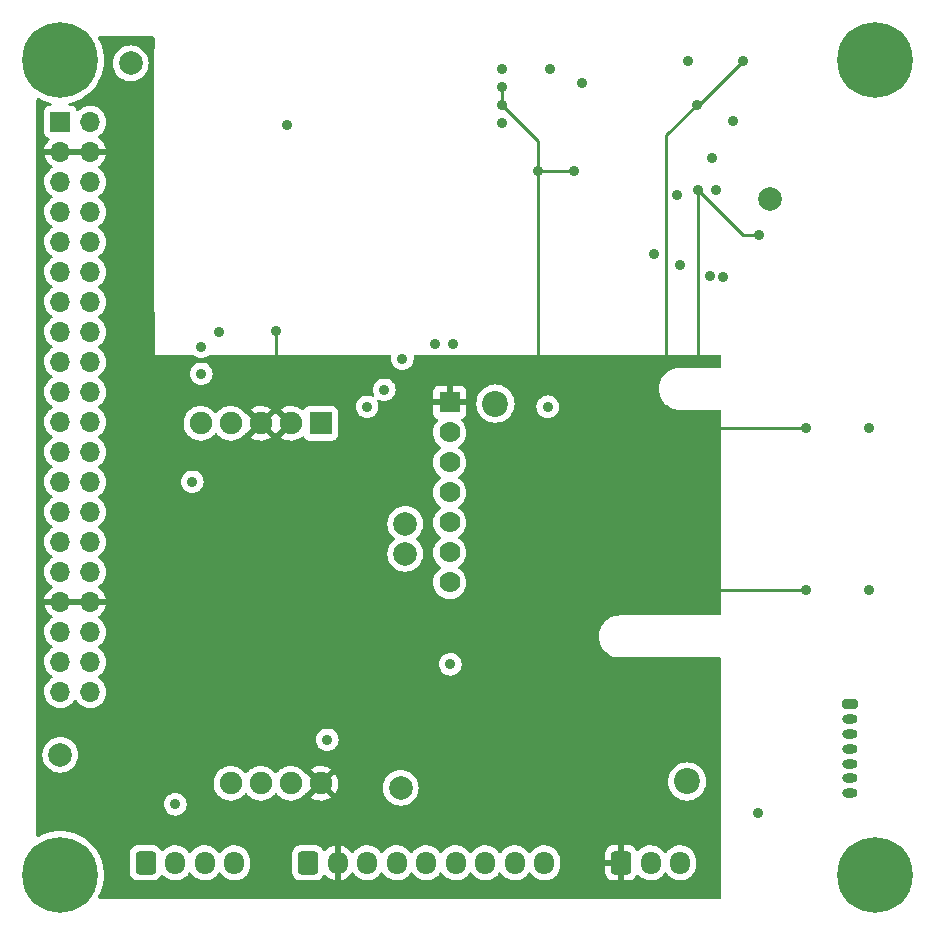
<source format=gbr>
%TF.GenerationSoftware,KiCad,Pcbnew,(6.0.1)*%
%TF.CreationDate,2023-01-08T15:50:33-08:00*%
%TF.ProjectId,Air Quality Sensor - R1,41697220-5175-4616-9c69-74792053656e,rev?*%
%TF.SameCoordinates,Original*%
%TF.FileFunction,Copper,L3,Inr*%
%TF.FilePolarity,Positive*%
%FSLAX46Y46*%
G04 Gerber Fmt 4.6, Leading zero omitted, Abs format (unit mm)*
G04 Created by KiCad (PCBNEW (6.0.1)) date 2023-01-08 15:50:33*
%MOMM*%
%LPD*%
G01*
G04 APERTURE LIST*
G04 Aperture macros list*
%AMRoundRect*
0 Rectangle with rounded corners*
0 $1 Rounding radius*
0 $2 $3 $4 $5 $6 $7 $8 $9 X,Y pos of 4 corners*
0 Add a 4 corners polygon primitive as box body*
4,1,4,$2,$3,$4,$5,$6,$7,$8,$9,$2,$3,0*
0 Add four circle primitives for the rounded corners*
1,1,$1+$1,$2,$3*
1,1,$1+$1,$4,$5*
1,1,$1+$1,$6,$7*
1,1,$1+$1,$8,$9*
0 Add four rect primitives between the rounded corners*
20,1,$1+$1,$2,$3,$4,$5,0*
20,1,$1+$1,$4,$5,$6,$7,0*
20,1,$1+$1,$6,$7,$8,$9,0*
20,1,$1+$1,$8,$9,$2,$3,0*%
G04 Aperture macros list end*
%TA.AperFunction,ComponentPad*%
%ADD10RoundRect,0.250000X-0.600000X-0.725000X0.600000X-0.725000X0.600000X0.725000X-0.600000X0.725000X0*%
%TD*%
%TA.AperFunction,ComponentPad*%
%ADD11O,1.700000X1.950000*%
%TD*%
%TA.AperFunction,ComponentPad*%
%ADD12C,2.000000*%
%TD*%
%TA.AperFunction,ComponentPad*%
%ADD13RoundRect,0.200000X-0.450000X0.200000X-0.450000X-0.200000X0.450000X-0.200000X0.450000X0.200000X0*%
%TD*%
%TA.AperFunction,ComponentPad*%
%ADD14O,1.300000X0.800000*%
%TD*%
%TA.AperFunction,ComponentPad*%
%ADD15C,0.800000*%
%TD*%
%TA.AperFunction,ComponentPad*%
%ADD16C,6.400000*%
%TD*%
%TA.AperFunction,ComponentPad*%
%ADD17C,2.200000*%
%TD*%
%TA.AperFunction,ComponentPad*%
%ADD18R,1.778000X1.778000*%
%TD*%
%TA.AperFunction,ComponentPad*%
%ADD19C,1.778000*%
%TD*%
%TA.AperFunction,ComponentPad*%
%ADD20R,1.905000X1.905000*%
%TD*%
%TA.AperFunction,ComponentPad*%
%ADD21C,1.905000*%
%TD*%
%TA.AperFunction,ComponentPad*%
%ADD22R,1.700000X1.700000*%
%TD*%
%TA.AperFunction,ComponentPad*%
%ADD23O,1.700000X1.700000*%
%TD*%
%TA.AperFunction,ViaPad*%
%ADD24C,0.889000*%
%TD*%
%TA.AperFunction,Conductor*%
%ADD25C,0.254000*%
%TD*%
G04 APERTURE END LIST*
D10*
%TO.N,+5V*%
%TO.C,J4*%
X10250000Y4025000D03*
D11*
%TO.N,Net-(J3-Pad18)*%
X12750000Y4025000D03*
%TO.N,Net-(J4-Pad3)*%
X15250000Y4025000D03*
%TO.N,GND*%
X17750000Y4025000D03*
%TD*%
D10*
%TO.N,+5V*%
%TO.C,J2*%
X24000000Y4025000D03*
D11*
%TO.N,+3V3*%
X26500000Y4025000D03*
%TO.N,/SENS/SDA_2*%
X29000000Y4025000D03*
%TO.N,/SENS/SCL_2*%
X31500000Y4025000D03*
%TO.N,/SENS/SDA_1*%
X34000000Y4025000D03*
%TO.N,/SENS/SCL_1*%
X36500000Y4025000D03*
%TO.N,Net-(J2-Pad7)*%
X39000000Y4025000D03*
%TO.N,Net-(J1-Pad2)*%
X41500000Y4025000D03*
%TO.N,GND*%
X44000000Y4025000D03*
%TD*%
D10*
%TO.N,+3V3*%
%TO.C,J1*%
X50500000Y4025000D03*
D11*
%TO.N,Net-(J1-Pad2)*%
X53000000Y4025000D03*
%TO.N,GND*%
X55500000Y4025000D03*
%TD*%
D12*
%TO.N,GND*%
%TO.C,TP10*%
X3014988Y13172900D03*
%TD*%
%TO.N,Net-(TP5-Pad1)*%
%TO.C,TP5*%
X31843988Y10378900D03*
%TD*%
%TO.N,Net-(TP4-Pad1)*%
%TO.C,TP4*%
X32224988Y30190900D03*
%TD*%
%TO.N,Net-(TP3-Pad1)*%
%TO.C,TP3*%
X32224988Y32730900D03*
%TD*%
%TO.N,Net-(TP2-Pad1)*%
%TO.C,TP2*%
X8983988Y71719900D03*
%TD*%
D13*
%TO.N,unconnected-(J5-Pad1)*%
%TO.C,J5*%
X69874988Y17430900D03*
D14*
%TO.N,unconnected-(J5-Pad2)*%
X69874988Y16180900D03*
%TO.N,GND*%
X69874988Y14930900D03*
%TO.N,+5V*%
X69874988Y13680900D03*
%TO.N,Net-(J5-Pad5)*%
X69874988Y12430900D03*
%TO.N,Net-(J5-Pad6)*%
X69874988Y11180900D03*
%TO.N,unconnected-(J5-Pad7)*%
X69874988Y9930900D03*
%TD*%
D15*
%TO.N,N/C*%
%TO.C,H2*%
X4697056Y1302944D03*
X1302944Y4697056D03*
X3000000Y600000D03*
D16*
X3000000Y3000000D03*
D15*
X4697056Y4697056D03*
X1302944Y1302944D03*
X600000Y3000000D03*
X3000000Y5400000D03*
X5400000Y3000000D03*
%TD*%
D17*
%TO.N,N/C*%
%TO.C,U7*%
X39862500Y42912500D03*
X56087500Y10912500D03*
D18*
%TO.N,+3V3*%
X35987500Y43012500D03*
D19*
%TO.N,GND*%
X35987500Y40472500D03*
%TO.N,/SENS/SCL_1*%
X35987500Y37932500D03*
%TO.N,/SENS/SDA_1*%
X35987500Y35392500D03*
%TO.N,Net-(TP3-Pad1)*%
X35987500Y32852500D03*
%TO.N,Net-(TP4-Pad1)*%
X35987500Y30312500D03*
%TO.N,Net-(R5-Pad1)*%
X35987500Y27772500D03*
%TD*%
D20*
%TO.N,GND*%
%TO.C,U4*%
X25080000Y41240000D03*
D21*
%TO.N,+3V3*%
X22540000Y41240000D03*
X20000000Y41240000D03*
%TO.N,/SENS/SDA_1*%
X17460000Y41240000D03*
%TO.N,/SENS/SCL_1*%
X14920000Y41240000D03*
%TO.N,GND*%
X17460000Y10760000D03*
%TO.N,Net-(TP5-Pad1)*%
X20000000Y10760000D03*
%TO.N,unconnected-(U4-Pad8)*%
X22540000Y10760000D03*
%TO.N,+3V3*%
X25080000Y10760000D03*
%TD*%
D15*
%TO.N,N/C*%
%TO.C,H3*%
X73697056Y70302944D03*
X72000000Y69600000D03*
X69600000Y72000000D03*
X74400000Y72000000D03*
D16*
X72000000Y72000000D03*
D15*
X70302944Y70302944D03*
X72000000Y74400000D03*
X73697056Y73697056D03*
X70302944Y73697056D03*
%TD*%
D22*
%TO.N,GND*%
%TO.C,J3*%
X3014988Y66766900D03*
D23*
X5554988Y66766900D03*
%TO.N,+3V3*%
X3014988Y64226900D03*
X5554988Y64226900D03*
%TO.N,GND*%
X3014988Y61686900D03*
X5554988Y61686900D03*
%TO.N,unconnected-(J3-Pad7)*%
X3014988Y59146900D03*
%TO.N,unconnected-(J3-Pad8)*%
X5554988Y59146900D03*
%TO.N,unconnected-(J3-Pad9)*%
X3014988Y56606900D03*
%TO.N,unconnected-(J3-Pad10)*%
X5554988Y56606900D03*
%TO.N,/SENS/SCL_2*%
X3014988Y54066900D03*
%TO.N,/SENS/SDA_2*%
X5554988Y54066900D03*
%TO.N,unconnected-(J3-Pad13)*%
X3014988Y51526900D03*
%TO.N,unconnected-(J3-Pad14)*%
X5554988Y51526900D03*
%TO.N,unconnected-(J3-Pad15)*%
X3014988Y48986900D03*
%TO.N,Net-(J3-Pad16)*%
X5554988Y48986900D03*
%TO.N,unconnected-(J3-Pad17)*%
X3014988Y46446900D03*
%TO.N,Net-(J3-Pad18)*%
X5554988Y46446900D03*
%TO.N,unconnected-(J3-Pad19)*%
X3014988Y43906900D03*
%TO.N,/SENS/SCL_1*%
X5554988Y43906900D03*
%TO.N,unconnected-(J3-Pad21)*%
X3014988Y41366900D03*
%TO.N,unconnected-(J3-Pad22)*%
X5554988Y41366900D03*
%TO.N,/SENS/SDA_1*%
X3014988Y38826900D03*
%TO.N,Net-(J1-Pad2)*%
X5554988Y38826900D03*
%TO.N,Net-(R10-Pad2)*%
X3014988Y36286900D03*
%TO.N,unconnected-(J3-Pad26)*%
X5554988Y36286900D03*
%TO.N,Net-(J3-Pad27)*%
X3014988Y33746900D03*
%TO.N,unconnected-(J3-Pad28)*%
X5554988Y33746900D03*
%TO.N,unconnected-(J3-Pad29)*%
X3014988Y31206900D03*
%TO.N,Net-(J2-Pad7)*%
X5554988Y31206900D03*
%TO.N,GND*%
X3014988Y28666900D03*
X5554988Y28666900D03*
%TO.N,+3V3*%
X3014988Y26126900D03*
X5554988Y26126900D03*
%TO.N,+5V*%
X3014988Y23586900D03*
X5554988Y23586900D03*
%TO.N,unconnected-(J3-Pad37)*%
X3014988Y21046900D03*
%TO.N,unconnected-(J3-Pad38)*%
X5554988Y21046900D03*
%TO.N,GND*%
X3014988Y18506900D03*
X5554988Y18506900D03*
%TD*%
D15*
%TO.N,N/C*%
%TO.C,H4*%
X70302944Y4697056D03*
X69600000Y3000000D03*
X73697056Y1302944D03*
X73697056Y4697056D03*
X72000000Y600000D03*
X72000000Y5400000D03*
X74400000Y3000000D03*
X70302944Y1302944D03*
D16*
X72000000Y3000000D03*
%TD*%
D15*
%TO.N,N/C*%
%TO.C,H1*%
X5400000Y72000000D03*
X1302944Y73697056D03*
X4697056Y70302944D03*
X3000000Y69600000D03*
X3000000Y74400000D03*
X600000Y72000000D03*
X4697056Y73697056D03*
X1302944Y70302944D03*
D16*
X3000000Y72000000D03*
%TD*%
D12*
%TO.N,Net-(TP1-Pad1)*%
%TO.C,TP1*%
X63130000Y60210000D03*
%TD*%
D24*
%TO.N,Net-(TP2-Pad1)*%
X22191988Y66512900D03*
%TO.N,Net-(J1-Pad2)*%
X14190988Y36286900D03*
X25620988Y14442900D03*
%TO.N,Net-(J3-Pad16)*%
X62069988Y8219900D03*
%TO.N,+3V3*%
X46500000Y62626000D03*
X11649988Y42256900D03*
X40379000Y69686000D03*
X57021000Y60997000D03*
X43452000Y62626000D03*
X8729988Y57557900D03*
X21314988Y49011900D03*
X5974988Y8981900D03*
X62177000Y57187000D03*
X40379000Y68201000D03*
X60802500Y71890000D03*
X66120000Y40854635D03*
X8729988Y49305900D03*
X56891500Y68200000D03*
X66120000Y27163635D03*
%TO.N,GND*%
X59100000Y53651000D03*
X60002500Y66810000D03*
X55240500Y60549000D03*
X16464988Y48986900D03*
X58050000Y53751000D03*
X36034988Y20831900D03*
X58224500Y63724000D03*
X40379000Y66651000D03*
X44468000Y71248000D03*
X40379000Y71236000D03*
X71480000Y40854635D03*
X56154500Y71915000D03*
X58571000Y60972000D03*
X71480000Y27138635D03*
X47217000Y70010000D03*
%TO.N,/SENS/SCL_1*%
X36288988Y47970900D03*
%TO.N,/SENS/SDA_1*%
X34764988Y47970900D03*
%TO.N,/SENS/SCL_2*%
X14952988Y45430900D03*
X53306988Y55590900D03*
X14952988Y47716900D03*
X55510000Y54622000D03*
%TO.N,/SENS/SDA_2*%
X30446988Y44083888D03*
X29000000Y42636900D03*
X31985000Y46714912D03*
%TO.N,Net-(J3-Pad18)*%
X12750000Y8981900D03*
%TO.N,Net-(J3-Pad16)*%
X44289988Y42636900D03*
%TD*%
D25*
%TO.N,+3V3*%
X57021000Y60997000D02*
X57021000Y46446900D01*
X56891500Y68200000D02*
X54322988Y65631488D01*
X21314988Y49011900D02*
X21314988Y46204900D01*
X43452000Y65128000D02*
X43452000Y62626000D01*
X40379000Y69686000D02*
X40379000Y68201000D01*
X66120000Y27163635D02*
X58083088Y27163635D01*
X60831000Y57187000D02*
X62177000Y57187000D01*
X60802500Y71890000D02*
X57112500Y68200000D01*
X43452000Y62626000D02*
X43452000Y45735912D01*
X54322988Y60924900D02*
X54322988Y46192900D01*
X57021000Y60997000D02*
X60831000Y57187000D01*
X66120000Y40854635D02*
X58083088Y40854635D01*
X57112500Y68200000D02*
X56891500Y68200000D01*
X56891500Y61126500D02*
X57021000Y60997000D01*
X54322988Y65631488D02*
X54322988Y60924900D01*
X46500000Y62626000D02*
X43452000Y62626000D01*
X40379000Y68201000D02*
X43452000Y65128000D01*
%TD*%
%TA.AperFunction,Conductor*%
%TO.N,+3V3*%
G36*
X10942121Y73979998D02*
G01*
X10988614Y73926342D01*
X11000000Y73874000D01*
X11000000Y73015357D01*
X10997121Y72988575D01*
X10965602Y72843682D01*
X10965281Y72839194D01*
X10949208Y72614466D01*
X10948286Y72606335D01*
X10948355Y72606165D01*
X10946814Y72596270D01*
X10947520Y72590870D01*
X10947458Y72590000D01*
X10947634Y72590000D01*
X10948834Y72580827D01*
X10950936Y72564750D01*
X10952000Y72548412D01*
X10952000Y51049328D01*
X10950500Y51029944D01*
X10946814Y51006270D01*
X10947634Y51000000D01*
X10947458Y51000000D01*
X10965602Y50746318D01*
X10966558Y50741924D01*
X10997121Y50601426D01*
X11000000Y50574643D01*
X11000000Y47000000D01*
X14278514Y47000000D01*
X14346635Y46979998D01*
X14360175Y46969955D01*
X14406466Y46930558D01*
X14569609Y46839381D01*
X14747355Y46781628D01*
X14932933Y46759499D01*
X14939068Y46759971D01*
X14939070Y46759971D01*
X14995107Y46764283D01*
X15119275Y46773837D01*
X15299284Y46824096D01*
X15304773Y46826869D01*
X15304779Y46826871D01*
X15431624Y46890946D01*
X15466102Y46908362D01*
X15470961Y46912158D01*
X15549205Y46973289D01*
X15615199Y46999467D01*
X15626778Y47000000D01*
X30917037Y47000000D01*
X30985158Y46979998D01*
X31031651Y46926342D01*
X31042252Y46859956D01*
X31027482Y46728282D01*
X31043121Y46542045D01*
X31094636Y46362392D01*
X31116154Y46320523D01*
X31163533Y46228333D01*
X31180064Y46196166D01*
X31183887Y46191342D01*
X31183890Y46191338D01*
X31255579Y46100890D01*
X31296152Y46049700D01*
X31300846Y46045705D01*
X31424523Y45940447D01*
X31438478Y45928570D01*
X31601621Y45837393D01*
X31779367Y45779640D01*
X31964945Y45757511D01*
X31971080Y45757983D01*
X31971082Y45757983D01*
X32027119Y45762295D01*
X32151287Y45771849D01*
X32331296Y45822108D01*
X32336785Y45824881D01*
X32336791Y45824883D01*
X32414159Y45863965D01*
X32498114Y45906374D01*
X32522336Y45925298D01*
X32582007Y45971919D01*
X32645387Y46021437D01*
X32649413Y46026101D01*
X32649416Y46026104D01*
X32763480Y46158249D01*
X32767507Y46162914D01*
X32823996Y46262353D01*
X32856778Y46320060D01*
X32856779Y46320061D01*
X32859821Y46325417D01*
X32874091Y46368312D01*
X32909597Y46475049D01*
X32918814Y46502755D01*
X32940518Y46674558D01*
X32941796Y46684671D01*
X32941797Y46684680D01*
X32942238Y46688174D01*
X32942611Y46714912D01*
X32942269Y46718401D01*
X32928218Y46861705D01*
X32941478Y46931452D01*
X32990340Y46982959D01*
X33053617Y47000000D01*
X58874000Y47000000D01*
X58942121Y46979998D01*
X58988614Y46926342D01*
X59000000Y46874000D01*
X59000000Y46064900D01*
X58979998Y45996779D01*
X58926342Y45950286D01*
X58874000Y45938900D01*
X55538002Y45938900D01*
X55517098Y45940646D01*
X55504520Y45942762D01*
X55497334Y45943971D01*
X55491214Y45944046D01*
X55489662Y45944065D01*
X55489657Y45944065D01*
X55484795Y45944124D01*
X55479694Y45943394D01*
X55470833Y45942444D01*
X55236432Y45925678D01*
X55231113Y45925298D01*
X55144120Y45906374D01*
X54986984Y45872192D01*
X54986981Y45872191D01*
X54982595Y45871237D01*
X54978393Y45869670D01*
X54978387Y45869668D01*
X54780387Y45795817D01*
X54744300Y45782357D01*
X54740355Y45780203D01*
X54740353Y45780202D01*
X54559192Y45681281D01*
X54521080Y45660470D01*
X54317478Y45508055D01*
X54137640Y45328217D01*
X53985225Y45124615D01*
X53983066Y45120661D01*
X53866577Y44907326D01*
X53863338Y44901395D01*
X53861767Y44897183D01*
X53776027Y44667308D01*
X53776025Y44667302D01*
X53774458Y44663100D01*
X53773504Y44658714D01*
X53773503Y44658711D01*
X53749052Y44546310D01*
X53720397Y44414582D01*
X53720076Y44410094D01*
X53719065Y44395952D01*
X53702253Y44160900D01*
X53702574Y44156412D01*
X53719095Y43925429D01*
X53720397Y43907218D01*
X53721353Y43902824D01*
X53766694Y43694393D01*
X53774458Y43658700D01*
X53776025Y43654498D01*
X53776027Y43654492D01*
X53825473Y43521924D01*
X53863338Y43420405D01*
X53865492Y43416460D01*
X53865493Y43416458D01*
X53940473Y43279142D01*
X53985225Y43197185D01*
X54137640Y42993583D01*
X54317478Y42813745D01*
X54321081Y42811048D01*
X54321082Y42811047D01*
X54352326Y42787658D01*
X54521080Y42661330D01*
X54532381Y42655159D01*
X54714416Y42555761D01*
X54744300Y42539443D01*
X54748512Y42537872D01*
X54978387Y42452132D01*
X54978393Y42452130D01*
X54982595Y42450563D01*
X54986981Y42449609D01*
X54986984Y42449608D01*
X55101289Y42424743D01*
X55231113Y42396502D01*
X55235601Y42396181D01*
X55451524Y42380737D01*
X55463432Y42379313D01*
X55467456Y42378636D01*
X55467462Y42378635D01*
X55472256Y42377829D01*
X55478611Y42377751D01*
X55479936Y42377735D01*
X55479940Y42377735D01*
X55484795Y42377676D01*
X55512383Y42381627D01*
X55530246Y42382900D01*
X58874000Y42382900D01*
X58942121Y42362898D01*
X58988614Y42309242D01*
X59000000Y42256900D01*
X59000000Y25102598D01*
X58979998Y25034477D01*
X58926342Y24987984D01*
X58874000Y24976598D01*
X50463207Y24976598D01*
X50442303Y24978344D01*
X50429725Y24980460D01*
X50422539Y24981669D01*
X50416419Y24981744D01*
X50414867Y24981763D01*
X50414862Y24981763D01*
X50410000Y24981822D01*
X50404899Y24981092D01*
X50396038Y24980142D01*
X50161637Y24963376D01*
X50156318Y24962996D01*
X50081566Y24946735D01*
X49912189Y24909890D01*
X49912186Y24909889D01*
X49907800Y24908935D01*
X49903598Y24907368D01*
X49903592Y24907366D01*
X49739803Y24846275D01*
X49669505Y24820055D01*
X49665560Y24817901D01*
X49665558Y24817900D01*
X49517928Y24737288D01*
X49446285Y24698168D01*
X49242683Y24545753D01*
X49062845Y24365915D01*
X48910430Y24162313D01*
X48908271Y24158359D01*
X48800286Y23960598D01*
X48788543Y23939093D01*
X48786972Y23934881D01*
X48701232Y23705006D01*
X48701230Y23705000D01*
X48699663Y23700798D01*
X48645602Y23452280D01*
X48645281Y23447792D01*
X48642031Y23402353D01*
X48627458Y23198598D01*
X48627779Y23194110D01*
X48644300Y22963127D01*
X48645602Y22944916D01*
X48657665Y22889462D01*
X48681083Y22781812D01*
X48699663Y22696398D01*
X48701230Y22692196D01*
X48701232Y22692190D01*
X48755861Y22545727D01*
X48788543Y22458103D01*
X48790697Y22454158D01*
X48790698Y22454156D01*
X48805295Y22427424D01*
X48910430Y22234883D01*
X48913131Y22231275D01*
X49056296Y22040030D01*
X49062845Y22031281D01*
X49242683Y21851443D01*
X49446285Y21699028D01*
X49450239Y21696869D01*
X49580402Y21625795D01*
X49669505Y21577141D01*
X49673717Y21575570D01*
X49903592Y21489830D01*
X49903598Y21489828D01*
X49907800Y21488261D01*
X49912186Y21487307D01*
X49912189Y21487306D01*
X50058137Y21455558D01*
X50156318Y21434200D01*
X50160806Y21433879D01*
X50376729Y21418435D01*
X50388637Y21417011D01*
X50392661Y21416334D01*
X50392667Y21416333D01*
X50397461Y21415527D01*
X50403816Y21415449D01*
X50405141Y21415433D01*
X50405145Y21415433D01*
X50410000Y21415374D01*
X50437588Y21419325D01*
X50455451Y21420598D01*
X58874000Y21420598D01*
X58942121Y21400596D01*
X58988614Y21346940D01*
X59000000Y21294598D01*
X59000000Y1126000D01*
X58979998Y1057879D01*
X58926342Y1011386D01*
X58874000Y1000000D01*
X6348709Y1000000D01*
X6280588Y1020002D01*
X6234095Y1073658D01*
X6223991Y1143932D01*
X6236442Y1183203D01*
X6391034Y1486607D01*
X6392532Y1489547D01*
X6531833Y1852438D01*
X6632438Y2227901D01*
X6664732Y2431793D01*
X6692732Y2608576D01*
X6692733Y2608584D01*
X6693246Y2611824D01*
X6713589Y3000000D01*
X6700508Y3249600D01*
X8891500Y3249600D01*
X8891837Y3246354D01*
X8891837Y3246350D01*
X8901752Y3150794D01*
X8902474Y3143834D01*
X8904655Y3137298D01*
X8904655Y3137296D01*
X8936508Y3041822D01*
X8958450Y2976054D01*
X9051522Y2825652D01*
X9176697Y2700695D01*
X9182927Y2696855D01*
X9182928Y2696854D01*
X9320872Y2611824D01*
X9327262Y2607885D01*
X9362938Y2596052D01*
X9488611Y2554368D01*
X9488613Y2554368D01*
X9495139Y2552203D01*
X9501975Y2551503D01*
X9501978Y2551502D01*
X9537663Y2547846D01*
X9599600Y2541500D01*
X10900400Y2541500D01*
X10903646Y2541837D01*
X10903650Y2541837D01*
X10999308Y2551762D01*
X10999312Y2551763D01*
X11006166Y2552474D01*
X11012702Y2554655D01*
X11012704Y2554655D01*
X11144806Y2598728D01*
X11173946Y2608450D01*
X11324348Y2701522D01*
X11449305Y2826697D01*
X11539081Y2972340D01*
X11591852Y3019832D01*
X11661924Y3031256D01*
X11727048Y3002982D01*
X11737510Y2993195D01*
X11779215Y2949477D01*
X11846576Y2878865D01*
X12031542Y2741246D01*
X12036293Y2738830D01*
X12036297Y2738828D01*
X12098704Y2707099D01*
X12237051Y2636760D01*
X12242145Y2635178D01*
X12242148Y2635177D01*
X12407583Y2583808D01*
X12457227Y2568393D01*
X12462516Y2567692D01*
X12680489Y2538802D01*
X12680494Y2538802D01*
X12685774Y2538102D01*
X12691103Y2538302D01*
X12691105Y2538302D01*
X12800966Y2542426D01*
X12916158Y2546751D01*
X12921468Y2547865D01*
X13136572Y2592998D01*
X13141791Y2594093D01*
X13146750Y2596051D01*
X13146752Y2596052D01*
X13351256Y2676815D01*
X13351258Y2676816D01*
X13356221Y2678776D01*
X13361525Y2681994D01*
X13548757Y2795610D01*
X13548756Y2795610D01*
X13553317Y2798377D01*
X13593497Y2833243D01*
X13723412Y2945977D01*
X13723414Y2945979D01*
X13727445Y2949477D01*
X13794861Y3031697D01*
X13870240Y3123627D01*
X13870244Y3123633D01*
X13873624Y3127755D01*
X13891552Y3159250D01*
X13942632Y3208555D01*
X14012262Y3222417D01*
X14078333Y3196434D01*
X14105573Y3167284D01*
X14110983Y3159248D01*
X14187441Y3045681D01*
X14191120Y3041824D01*
X14191122Y3041822D01*
X14237510Y2993195D01*
X14346576Y2878865D01*
X14531542Y2741246D01*
X14536293Y2738830D01*
X14536297Y2738828D01*
X14598704Y2707099D01*
X14737051Y2636760D01*
X14742145Y2635178D01*
X14742148Y2635177D01*
X14907583Y2583808D01*
X14957227Y2568393D01*
X14962516Y2567692D01*
X15180489Y2538802D01*
X15180494Y2538802D01*
X15185774Y2538102D01*
X15191103Y2538302D01*
X15191105Y2538302D01*
X15300966Y2542426D01*
X15416158Y2546751D01*
X15421468Y2547865D01*
X15636572Y2592998D01*
X15641791Y2594093D01*
X15646750Y2596051D01*
X15646752Y2596052D01*
X15851256Y2676815D01*
X15851258Y2676816D01*
X15856221Y2678776D01*
X15861525Y2681994D01*
X16048757Y2795610D01*
X16048756Y2795610D01*
X16053317Y2798377D01*
X16093497Y2833243D01*
X16223412Y2945977D01*
X16223414Y2945979D01*
X16227445Y2949477D01*
X16294861Y3031697D01*
X16370240Y3123627D01*
X16370244Y3123633D01*
X16373624Y3127755D01*
X16391552Y3159250D01*
X16442632Y3208555D01*
X16512262Y3222417D01*
X16578333Y3196434D01*
X16605573Y3167284D01*
X16610983Y3159248D01*
X16687441Y3045681D01*
X16691120Y3041824D01*
X16691122Y3041822D01*
X16737510Y2993195D01*
X16846576Y2878865D01*
X17031542Y2741246D01*
X17036293Y2738830D01*
X17036297Y2738828D01*
X17098704Y2707099D01*
X17237051Y2636760D01*
X17242145Y2635178D01*
X17242148Y2635177D01*
X17407583Y2583808D01*
X17457227Y2568393D01*
X17462516Y2567692D01*
X17680489Y2538802D01*
X17680494Y2538802D01*
X17685774Y2538102D01*
X17691103Y2538302D01*
X17691105Y2538302D01*
X17800966Y2542426D01*
X17916158Y2546751D01*
X17921468Y2547865D01*
X18136572Y2592998D01*
X18141791Y2594093D01*
X18146750Y2596051D01*
X18146752Y2596052D01*
X18351256Y2676815D01*
X18351258Y2676816D01*
X18356221Y2678776D01*
X18361525Y2681994D01*
X18548757Y2795610D01*
X18548756Y2795610D01*
X18553317Y2798377D01*
X18593497Y2833243D01*
X18723412Y2945977D01*
X18723414Y2945979D01*
X18727445Y2949477D01*
X18794861Y3031697D01*
X18870240Y3123627D01*
X18870244Y3123633D01*
X18873624Y3127755D01*
X18879115Y3137400D01*
X18942982Y3249600D01*
X22641500Y3249600D01*
X22641837Y3246354D01*
X22641837Y3246350D01*
X22651752Y3150794D01*
X22652474Y3143834D01*
X22654655Y3137298D01*
X22654655Y3137296D01*
X22686508Y3041822D01*
X22708450Y2976054D01*
X22801522Y2825652D01*
X22926697Y2700695D01*
X22932927Y2696855D01*
X22932928Y2696854D01*
X23070872Y2611824D01*
X23077262Y2607885D01*
X23112938Y2596052D01*
X23238611Y2554368D01*
X23238613Y2554368D01*
X23245139Y2552203D01*
X23251975Y2551503D01*
X23251978Y2551502D01*
X23287663Y2547846D01*
X23349600Y2541500D01*
X24650400Y2541500D01*
X24653646Y2541837D01*
X24653650Y2541837D01*
X24749308Y2551762D01*
X24749312Y2551763D01*
X24756166Y2552474D01*
X24762702Y2554655D01*
X24762704Y2554655D01*
X24894806Y2598728D01*
X24923946Y2608450D01*
X25074348Y2701522D01*
X25199305Y2826697D01*
X25289353Y2972780D01*
X25342124Y3020273D01*
X25412196Y3031697D01*
X25477320Y3003423D01*
X25487782Y2993636D01*
X25593234Y2883094D01*
X25601186Y2876059D01*
X25777525Y2744859D01*
X25786562Y2739255D01*
X25982484Y2639643D01*
X25992335Y2635643D01*
X26202240Y2570466D01*
X26212624Y2568183D01*
X26228043Y2566139D01*
X26242207Y2568335D01*
X26246000Y2581522D01*
X26246000Y2583808D01*
X26754000Y2583808D01*
X26757973Y2570277D01*
X26768580Y2568752D01*
X26886421Y2593477D01*
X26896617Y2596537D01*
X27101029Y2677263D01*
X27110561Y2681994D01*
X27298462Y2796016D01*
X27307052Y2802280D01*
X27473052Y2946327D01*
X27480472Y2953958D01*
X27619826Y3123911D01*
X27625848Y3132674D01*
X27641238Y3159711D01*
X27692320Y3209018D01*
X27761951Y3222880D01*
X27828022Y3196897D01*
X27855261Y3167747D01*
X27884773Y3123911D01*
X27937441Y3045681D01*
X27941120Y3041824D01*
X27941122Y3041822D01*
X27987510Y2993195D01*
X28096576Y2878865D01*
X28281542Y2741246D01*
X28286293Y2738830D01*
X28286297Y2738828D01*
X28348704Y2707099D01*
X28487051Y2636760D01*
X28492145Y2635178D01*
X28492148Y2635177D01*
X28657583Y2583808D01*
X28707227Y2568393D01*
X28712516Y2567692D01*
X28930489Y2538802D01*
X28930494Y2538802D01*
X28935774Y2538102D01*
X28941103Y2538302D01*
X28941105Y2538302D01*
X29050966Y2542426D01*
X29166158Y2546751D01*
X29171468Y2547865D01*
X29386572Y2592998D01*
X29391791Y2594093D01*
X29396750Y2596051D01*
X29396752Y2596052D01*
X29601256Y2676815D01*
X29601258Y2676816D01*
X29606221Y2678776D01*
X29611525Y2681994D01*
X29798757Y2795610D01*
X29798756Y2795610D01*
X29803317Y2798377D01*
X29843497Y2833243D01*
X29973412Y2945977D01*
X29973414Y2945979D01*
X29977445Y2949477D01*
X30044861Y3031697D01*
X30120240Y3123627D01*
X30120244Y3123633D01*
X30123624Y3127755D01*
X30141552Y3159250D01*
X30192632Y3208555D01*
X30262262Y3222417D01*
X30328333Y3196434D01*
X30355573Y3167284D01*
X30360983Y3159248D01*
X30437441Y3045681D01*
X30441120Y3041824D01*
X30441122Y3041822D01*
X30487510Y2993195D01*
X30596576Y2878865D01*
X30781542Y2741246D01*
X30786293Y2738830D01*
X30786297Y2738828D01*
X30848704Y2707099D01*
X30987051Y2636760D01*
X30992145Y2635178D01*
X30992148Y2635177D01*
X31157583Y2583808D01*
X31207227Y2568393D01*
X31212516Y2567692D01*
X31430489Y2538802D01*
X31430494Y2538802D01*
X31435774Y2538102D01*
X31441103Y2538302D01*
X31441105Y2538302D01*
X31550966Y2542426D01*
X31666158Y2546751D01*
X31671468Y2547865D01*
X31886572Y2592998D01*
X31891791Y2594093D01*
X31896750Y2596051D01*
X31896752Y2596052D01*
X32101256Y2676815D01*
X32101258Y2676816D01*
X32106221Y2678776D01*
X32111525Y2681994D01*
X32298757Y2795610D01*
X32298756Y2795610D01*
X32303317Y2798377D01*
X32343497Y2833243D01*
X32473412Y2945977D01*
X32473414Y2945979D01*
X32477445Y2949477D01*
X32544861Y3031697D01*
X32620240Y3123627D01*
X32620244Y3123633D01*
X32623624Y3127755D01*
X32641552Y3159250D01*
X32692632Y3208555D01*
X32762262Y3222417D01*
X32828333Y3196434D01*
X32855573Y3167284D01*
X32860983Y3159248D01*
X32937441Y3045681D01*
X32941120Y3041824D01*
X32941122Y3041822D01*
X32987510Y2993195D01*
X33096576Y2878865D01*
X33281542Y2741246D01*
X33286293Y2738830D01*
X33286297Y2738828D01*
X33348704Y2707099D01*
X33487051Y2636760D01*
X33492145Y2635178D01*
X33492148Y2635177D01*
X33657583Y2583808D01*
X33707227Y2568393D01*
X33712516Y2567692D01*
X33930489Y2538802D01*
X33930494Y2538802D01*
X33935774Y2538102D01*
X33941103Y2538302D01*
X33941105Y2538302D01*
X34050966Y2542426D01*
X34166158Y2546751D01*
X34171468Y2547865D01*
X34386572Y2592998D01*
X34391791Y2594093D01*
X34396750Y2596051D01*
X34396752Y2596052D01*
X34601256Y2676815D01*
X34601258Y2676816D01*
X34606221Y2678776D01*
X34611525Y2681994D01*
X34798757Y2795610D01*
X34798756Y2795610D01*
X34803317Y2798377D01*
X34843497Y2833243D01*
X34973412Y2945977D01*
X34973414Y2945979D01*
X34977445Y2949477D01*
X35044861Y3031697D01*
X35120240Y3123627D01*
X35120244Y3123633D01*
X35123624Y3127755D01*
X35141552Y3159250D01*
X35192632Y3208555D01*
X35262262Y3222417D01*
X35328333Y3196434D01*
X35355573Y3167284D01*
X35360983Y3159248D01*
X35437441Y3045681D01*
X35441120Y3041824D01*
X35441122Y3041822D01*
X35487510Y2993195D01*
X35596576Y2878865D01*
X35781542Y2741246D01*
X35786293Y2738830D01*
X35786297Y2738828D01*
X35848704Y2707099D01*
X35987051Y2636760D01*
X35992145Y2635178D01*
X35992148Y2635177D01*
X36157583Y2583808D01*
X36207227Y2568393D01*
X36212516Y2567692D01*
X36430489Y2538802D01*
X36430494Y2538802D01*
X36435774Y2538102D01*
X36441103Y2538302D01*
X36441105Y2538302D01*
X36550966Y2542426D01*
X36666158Y2546751D01*
X36671468Y2547865D01*
X36886572Y2592998D01*
X36891791Y2594093D01*
X36896750Y2596051D01*
X36896752Y2596052D01*
X37101256Y2676815D01*
X37101258Y2676816D01*
X37106221Y2678776D01*
X37111525Y2681994D01*
X37298757Y2795610D01*
X37298756Y2795610D01*
X37303317Y2798377D01*
X37343497Y2833243D01*
X37473412Y2945977D01*
X37473414Y2945979D01*
X37477445Y2949477D01*
X37544861Y3031697D01*
X37620240Y3123627D01*
X37620244Y3123633D01*
X37623624Y3127755D01*
X37641552Y3159250D01*
X37692632Y3208555D01*
X37762262Y3222417D01*
X37828333Y3196434D01*
X37855573Y3167284D01*
X37860983Y3159248D01*
X37937441Y3045681D01*
X37941120Y3041824D01*
X37941122Y3041822D01*
X37987510Y2993195D01*
X38096576Y2878865D01*
X38281542Y2741246D01*
X38286293Y2738830D01*
X38286297Y2738828D01*
X38348704Y2707099D01*
X38487051Y2636760D01*
X38492145Y2635178D01*
X38492148Y2635177D01*
X38657583Y2583808D01*
X38707227Y2568393D01*
X38712516Y2567692D01*
X38930489Y2538802D01*
X38930494Y2538802D01*
X38935774Y2538102D01*
X38941103Y2538302D01*
X38941105Y2538302D01*
X39050966Y2542426D01*
X39166158Y2546751D01*
X39171468Y2547865D01*
X39386572Y2592998D01*
X39391791Y2594093D01*
X39396750Y2596051D01*
X39396752Y2596052D01*
X39601256Y2676815D01*
X39601258Y2676816D01*
X39606221Y2678776D01*
X39611525Y2681994D01*
X39798757Y2795610D01*
X39798756Y2795610D01*
X39803317Y2798377D01*
X39843497Y2833243D01*
X39973412Y2945977D01*
X39973414Y2945979D01*
X39977445Y2949477D01*
X40044861Y3031697D01*
X40120240Y3123627D01*
X40120244Y3123633D01*
X40123624Y3127755D01*
X40141552Y3159250D01*
X40192632Y3208555D01*
X40262262Y3222417D01*
X40328333Y3196434D01*
X40355573Y3167284D01*
X40360983Y3159248D01*
X40437441Y3045681D01*
X40441120Y3041824D01*
X40441122Y3041822D01*
X40487510Y2993195D01*
X40596576Y2878865D01*
X40781542Y2741246D01*
X40786293Y2738830D01*
X40786297Y2738828D01*
X40848704Y2707099D01*
X40987051Y2636760D01*
X40992145Y2635178D01*
X40992148Y2635177D01*
X41157583Y2583808D01*
X41207227Y2568393D01*
X41212516Y2567692D01*
X41430489Y2538802D01*
X41430494Y2538802D01*
X41435774Y2538102D01*
X41441103Y2538302D01*
X41441105Y2538302D01*
X41550966Y2542426D01*
X41666158Y2546751D01*
X41671468Y2547865D01*
X41886572Y2592998D01*
X41891791Y2594093D01*
X41896750Y2596051D01*
X41896752Y2596052D01*
X42101256Y2676815D01*
X42101258Y2676816D01*
X42106221Y2678776D01*
X42111525Y2681994D01*
X42298757Y2795610D01*
X42298756Y2795610D01*
X42303317Y2798377D01*
X42343497Y2833243D01*
X42473412Y2945977D01*
X42473414Y2945979D01*
X42477445Y2949477D01*
X42544861Y3031697D01*
X42620240Y3123627D01*
X42620244Y3123633D01*
X42623624Y3127755D01*
X42641552Y3159250D01*
X42692632Y3208555D01*
X42762262Y3222417D01*
X42828333Y3196434D01*
X42855573Y3167284D01*
X42860983Y3159248D01*
X42937441Y3045681D01*
X42941120Y3041824D01*
X42941122Y3041822D01*
X42987510Y2993195D01*
X43096576Y2878865D01*
X43281542Y2741246D01*
X43286293Y2738830D01*
X43286297Y2738828D01*
X43348704Y2707099D01*
X43487051Y2636760D01*
X43492145Y2635178D01*
X43492148Y2635177D01*
X43657583Y2583808D01*
X43707227Y2568393D01*
X43712516Y2567692D01*
X43930489Y2538802D01*
X43930494Y2538802D01*
X43935774Y2538102D01*
X43941103Y2538302D01*
X43941105Y2538302D01*
X44050966Y2542426D01*
X44166158Y2546751D01*
X44171468Y2547865D01*
X44386572Y2592998D01*
X44391791Y2594093D01*
X44396750Y2596051D01*
X44396752Y2596052D01*
X44601256Y2676815D01*
X44601258Y2676816D01*
X44606221Y2678776D01*
X44611525Y2681994D01*
X44798757Y2795610D01*
X44798756Y2795610D01*
X44803317Y2798377D01*
X44843497Y2833243D01*
X44973412Y2945977D01*
X44973414Y2945979D01*
X44977445Y2949477D01*
X45044861Y3031697D01*
X45120240Y3123627D01*
X45120244Y3123633D01*
X45123624Y3127755D01*
X45129115Y3137400D01*
X45194864Y3252905D01*
X49142001Y3252905D01*
X49142338Y3246386D01*
X49152257Y3150794D01*
X49155149Y3137400D01*
X49206588Y2983216D01*
X49212761Y2970038D01*
X49298063Y2832193D01*
X49307099Y2820792D01*
X49421829Y2706261D01*
X49433240Y2697249D01*
X49571243Y2612184D01*
X49584424Y2606037D01*
X49738710Y2554862D01*
X49752086Y2551995D01*
X49846438Y2542328D01*
X49852854Y2542000D01*
X50227885Y2542000D01*
X50243124Y2546475D01*
X50244329Y2547865D01*
X50246000Y2555548D01*
X50246000Y2560116D01*
X50754000Y2560116D01*
X50758475Y2544877D01*
X50759865Y2543672D01*
X50767548Y2542001D01*
X51147095Y2542001D01*
X51153614Y2542338D01*
X51249206Y2552257D01*
X51262600Y2555149D01*
X51416784Y2606588D01*
X51429962Y2612761D01*
X51567807Y2698063D01*
X51579208Y2707099D01*
X51693739Y2821829D01*
X51702753Y2833243D01*
X51788723Y2972713D01*
X51841495Y3020207D01*
X51911566Y3031631D01*
X51976690Y3003357D01*
X51987149Y2993574D01*
X52096576Y2878865D01*
X52281542Y2741246D01*
X52286293Y2738830D01*
X52286297Y2738828D01*
X52348704Y2707099D01*
X52487051Y2636760D01*
X52492145Y2635178D01*
X52492148Y2635177D01*
X52657583Y2583808D01*
X52707227Y2568393D01*
X52712516Y2567692D01*
X52930489Y2538802D01*
X52930494Y2538802D01*
X52935774Y2538102D01*
X52941103Y2538302D01*
X52941105Y2538302D01*
X53050966Y2542426D01*
X53166158Y2546751D01*
X53171468Y2547865D01*
X53386572Y2592998D01*
X53391791Y2594093D01*
X53396750Y2596051D01*
X53396752Y2596052D01*
X53601256Y2676815D01*
X53601258Y2676816D01*
X53606221Y2678776D01*
X53611525Y2681994D01*
X53798757Y2795610D01*
X53798756Y2795610D01*
X53803317Y2798377D01*
X53843497Y2833243D01*
X53973412Y2945977D01*
X53973414Y2945979D01*
X53977445Y2949477D01*
X54044861Y3031697D01*
X54120240Y3123627D01*
X54120244Y3123633D01*
X54123624Y3127755D01*
X54141552Y3159250D01*
X54192632Y3208555D01*
X54262262Y3222417D01*
X54328333Y3196434D01*
X54355573Y3167284D01*
X54360983Y3159248D01*
X54437441Y3045681D01*
X54441120Y3041824D01*
X54441122Y3041822D01*
X54487510Y2993195D01*
X54596576Y2878865D01*
X54781542Y2741246D01*
X54786293Y2738830D01*
X54786297Y2738828D01*
X54848704Y2707099D01*
X54987051Y2636760D01*
X54992145Y2635178D01*
X54992148Y2635177D01*
X55157583Y2583808D01*
X55207227Y2568393D01*
X55212516Y2567692D01*
X55430489Y2538802D01*
X55430494Y2538802D01*
X55435774Y2538102D01*
X55441103Y2538302D01*
X55441105Y2538302D01*
X55550966Y2542426D01*
X55666158Y2546751D01*
X55671468Y2547865D01*
X55886572Y2592998D01*
X55891791Y2594093D01*
X55896750Y2596051D01*
X55896752Y2596052D01*
X56101256Y2676815D01*
X56101258Y2676816D01*
X56106221Y2678776D01*
X56111525Y2681994D01*
X56298757Y2795610D01*
X56298756Y2795610D01*
X56303317Y2798377D01*
X56343497Y2833243D01*
X56473412Y2945977D01*
X56473414Y2945979D01*
X56477445Y2949477D01*
X56544861Y3031697D01*
X56620240Y3123627D01*
X56620244Y3123633D01*
X56623624Y3127755D01*
X56629115Y3137400D01*
X56735032Y3323471D01*
X56737675Y3328114D01*
X56816337Y3544825D01*
X56839023Y3670280D01*
X56856623Y3767608D01*
X56856624Y3767615D01*
X56857361Y3771692D01*
X56858500Y3795844D01*
X56858500Y4207890D01*
X56843920Y4379720D01*
X56842582Y4384875D01*
X56842581Y4384881D01*
X56787343Y4597703D01*
X56787342Y4597707D01*
X56786001Y4602872D01*
X56691312Y4813075D01*
X56562559Y5004319D01*
X56545212Y5022504D01*
X56474725Y5096392D01*
X56403424Y5171135D01*
X56218458Y5308754D01*
X56213707Y5311170D01*
X56213703Y5311172D01*
X56095588Y5371224D01*
X56012949Y5413240D01*
X56007855Y5414822D01*
X56007852Y5414823D01*
X55797871Y5480024D01*
X55792773Y5481607D01*
X55787439Y5482314D01*
X55569511Y5511198D01*
X55569506Y5511198D01*
X55564226Y5511898D01*
X55558897Y5511698D01*
X55558895Y5511698D01*
X55460368Y5507999D01*
X55333842Y5503249D01*
X55328623Y5502154D01*
X55307600Y5497743D01*
X55108209Y5455907D01*
X55103250Y5453949D01*
X55103248Y5453948D01*
X54898744Y5373185D01*
X54898742Y5373184D01*
X54893779Y5371224D01*
X54889220Y5368457D01*
X54889217Y5368456D01*
X54794113Y5310745D01*
X54696683Y5251623D01*
X54692653Y5248126D01*
X54599484Y5167278D01*
X54522555Y5100523D01*
X54504881Y5078968D01*
X54379760Y4926373D01*
X54379756Y4926367D01*
X54376376Y4922245D01*
X54358448Y4890750D01*
X54307368Y4841445D01*
X54237738Y4827583D01*
X54171667Y4853566D01*
X54144427Y4882716D01*
X54115035Y4926373D01*
X54062559Y5004319D01*
X54045212Y5022504D01*
X53974725Y5096392D01*
X53903424Y5171135D01*
X53718458Y5308754D01*
X53713707Y5311170D01*
X53713703Y5311172D01*
X53595588Y5371224D01*
X53512949Y5413240D01*
X53507855Y5414822D01*
X53507852Y5414823D01*
X53297871Y5480024D01*
X53292773Y5481607D01*
X53287439Y5482314D01*
X53069511Y5511198D01*
X53069506Y5511198D01*
X53064226Y5511898D01*
X53058897Y5511698D01*
X53058895Y5511698D01*
X52960368Y5507999D01*
X52833842Y5503249D01*
X52828623Y5502154D01*
X52807600Y5497743D01*
X52608209Y5455907D01*
X52603250Y5453949D01*
X52603248Y5453948D01*
X52398744Y5373185D01*
X52398742Y5373184D01*
X52393779Y5371224D01*
X52389220Y5368457D01*
X52389217Y5368456D01*
X52294113Y5310745D01*
X52196683Y5251623D01*
X52192653Y5248126D01*
X52099484Y5167278D01*
X52022555Y5100523D01*
X52004881Y5078968D01*
X51992994Y5064471D01*
X51934334Y5024476D01*
X51863364Y5022545D01*
X51802616Y5059290D01*
X51788416Y5078059D01*
X51701937Y5217807D01*
X51692901Y5229208D01*
X51578171Y5343739D01*
X51566760Y5352751D01*
X51428757Y5437816D01*
X51415576Y5443963D01*
X51261290Y5495138D01*
X51247914Y5498005D01*
X51153562Y5507672D01*
X51147145Y5508000D01*
X50772115Y5508000D01*
X50756876Y5503525D01*
X50755671Y5502135D01*
X50754000Y5494452D01*
X50754000Y2560116D01*
X50246000Y2560116D01*
X50246000Y3752885D01*
X50241525Y3768124D01*
X50240135Y3769329D01*
X50232452Y3771000D01*
X49160116Y3771000D01*
X49144877Y3766525D01*
X49143672Y3765135D01*
X49142001Y3757452D01*
X49142001Y3252905D01*
X45194864Y3252905D01*
X45235032Y3323471D01*
X45237675Y3328114D01*
X45316337Y3544825D01*
X45339023Y3670280D01*
X45356623Y3767608D01*
X45356624Y3767615D01*
X45357361Y3771692D01*
X45358500Y3795844D01*
X45358500Y4207890D01*
X45350929Y4297115D01*
X49142000Y4297115D01*
X49146475Y4281876D01*
X49147865Y4280671D01*
X49155548Y4279000D01*
X50227885Y4279000D01*
X50243124Y4283475D01*
X50244329Y4284865D01*
X50246000Y4292548D01*
X50246000Y5489884D01*
X50241525Y5505123D01*
X50240135Y5506328D01*
X50232452Y5507999D01*
X49852905Y5507999D01*
X49846386Y5507662D01*
X49750794Y5497743D01*
X49737400Y5494851D01*
X49583216Y5443412D01*
X49570038Y5437239D01*
X49432193Y5351937D01*
X49420792Y5342901D01*
X49306261Y5228171D01*
X49297249Y5216760D01*
X49212184Y5078757D01*
X49206037Y5065576D01*
X49154862Y4911290D01*
X49151995Y4897914D01*
X49142328Y4803562D01*
X49142000Y4797146D01*
X49142000Y4297115D01*
X45350929Y4297115D01*
X45343920Y4379720D01*
X45342582Y4384875D01*
X45342581Y4384881D01*
X45287343Y4597703D01*
X45287342Y4597707D01*
X45286001Y4602872D01*
X45191312Y4813075D01*
X45062559Y5004319D01*
X45045212Y5022504D01*
X44974725Y5096392D01*
X44903424Y5171135D01*
X44718458Y5308754D01*
X44713707Y5311170D01*
X44713703Y5311172D01*
X44595588Y5371224D01*
X44512949Y5413240D01*
X44507855Y5414822D01*
X44507852Y5414823D01*
X44297871Y5480024D01*
X44292773Y5481607D01*
X44287439Y5482314D01*
X44069511Y5511198D01*
X44069506Y5511198D01*
X44064226Y5511898D01*
X44058897Y5511698D01*
X44058895Y5511698D01*
X43960368Y5507999D01*
X43833842Y5503249D01*
X43828623Y5502154D01*
X43807600Y5497743D01*
X43608209Y5455907D01*
X43603250Y5453949D01*
X43603248Y5453948D01*
X43398744Y5373185D01*
X43398742Y5373184D01*
X43393779Y5371224D01*
X43389220Y5368457D01*
X43389217Y5368456D01*
X43294113Y5310745D01*
X43196683Y5251623D01*
X43192653Y5248126D01*
X43099484Y5167278D01*
X43022555Y5100523D01*
X43004881Y5078968D01*
X42879760Y4926373D01*
X42879756Y4926367D01*
X42876376Y4922245D01*
X42858448Y4890750D01*
X42807368Y4841445D01*
X42737738Y4827583D01*
X42671667Y4853566D01*
X42644427Y4882716D01*
X42615035Y4926373D01*
X42562559Y5004319D01*
X42545212Y5022504D01*
X42474725Y5096392D01*
X42403424Y5171135D01*
X42218458Y5308754D01*
X42213707Y5311170D01*
X42213703Y5311172D01*
X42095588Y5371224D01*
X42012949Y5413240D01*
X42007855Y5414822D01*
X42007852Y5414823D01*
X41797871Y5480024D01*
X41792773Y5481607D01*
X41787439Y5482314D01*
X41569511Y5511198D01*
X41569506Y5511198D01*
X41564226Y5511898D01*
X41558897Y5511698D01*
X41558895Y5511698D01*
X41460368Y5507999D01*
X41333842Y5503249D01*
X41328623Y5502154D01*
X41307600Y5497743D01*
X41108209Y5455907D01*
X41103250Y5453949D01*
X41103248Y5453948D01*
X40898744Y5373185D01*
X40898742Y5373184D01*
X40893779Y5371224D01*
X40889220Y5368457D01*
X40889217Y5368456D01*
X40794113Y5310745D01*
X40696683Y5251623D01*
X40692653Y5248126D01*
X40599484Y5167278D01*
X40522555Y5100523D01*
X40504881Y5078968D01*
X40379760Y4926373D01*
X40379756Y4926367D01*
X40376376Y4922245D01*
X40358448Y4890750D01*
X40307368Y4841445D01*
X40237738Y4827583D01*
X40171667Y4853566D01*
X40144427Y4882716D01*
X40115035Y4926373D01*
X40062559Y5004319D01*
X40045212Y5022504D01*
X39974725Y5096392D01*
X39903424Y5171135D01*
X39718458Y5308754D01*
X39713707Y5311170D01*
X39713703Y5311172D01*
X39595588Y5371224D01*
X39512949Y5413240D01*
X39507855Y5414822D01*
X39507852Y5414823D01*
X39297871Y5480024D01*
X39292773Y5481607D01*
X39287439Y5482314D01*
X39069511Y5511198D01*
X39069506Y5511198D01*
X39064226Y5511898D01*
X39058897Y5511698D01*
X39058895Y5511698D01*
X38960368Y5507999D01*
X38833842Y5503249D01*
X38828623Y5502154D01*
X38807600Y5497743D01*
X38608209Y5455907D01*
X38603250Y5453949D01*
X38603248Y5453948D01*
X38398744Y5373185D01*
X38398742Y5373184D01*
X38393779Y5371224D01*
X38389220Y5368457D01*
X38389217Y5368456D01*
X38294113Y5310745D01*
X38196683Y5251623D01*
X38192653Y5248126D01*
X38099484Y5167278D01*
X38022555Y5100523D01*
X38004881Y5078968D01*
X37879760Y4926373D01*
X37879756Y4926367D01*
X37876376Y4922245D01*
X37858448Y4890750D01*
X37807368Y4841445D01*
X37737738Y4827583D01*
X37671667Y4853566D01*
X37644427Y4882716D01*
X37615035Y4926373D01*
X37562559Y5004319D01*
X37545212Y5022504D01*
X37474725Y5096392D01*
X37403424Y5171135D01*
X37218458Y5308754D01*
X37213707Y5311170D01*
X37213703Y5311172D01*
X37095588Y5371224D01*
X37012949Y5413240D01*
X37007855Y5414822D01*
X37007852Y5414823D01*
X36797871Y5480024D01*
X36792773Y5481607D01*
X36787439Y5482314D01*
X36569511Y5511198D01*
X36569506Y5511198D01*
X36564226Y5511898D01*
X36558897Y5511698D01*
X36558895Y5511698D01*
X36460368Y5507999D01*
X36333842Y5503249D01*
X36328623Y5502154D01*
X36307600Y5497743D01*
X36108209Y5455907D01*
X36103250Y5453949D01*
X36103248Y5453948D01*
X35898744Y5373185D01*
X35898742Y5373184D01*
X35893779Y5371224D01*
X35889220Y5368457D01*
X35889217Y5368456D01*
X35794113Y5310745D01*
X35696683Y5251623D01*
X35692653Y5248126D01*
X35599484Y5167278D01*
X35522555Y5100523D01*
X35504881Y5078968D01*
X35379760Y4926373D01*
X35379756Y4926367D01*
X35376376Y4922245D01*
X35358448Y4890750D01*
X35307368Y4841445D01*
X35237738Y4827583D01*
X35171667Y4853566D01*
X35144427Y4882716D01*
X35115035Y4926373D01*
X35062559Y5004319D01*
X35045212Y5022504D01*
X34974725Y5096392D01*
X34903424Y5171135D01*
X34718458Y5308754D01*
X34713707Y5311170D01*
X34713703Y5311172D01*
X34595588Y5371224D01*
X34512949Y5413240D01*
X34507855Y5414822D01*
X34507852Y5414823D01*
X34297871Y5480024D01*
X34292773Y5481607D01*
X34287439Y5482314D01*
X34069511Y5511198D01*
X34069506Y5511198D01*
X34064226Y5511898D01*
X34058897Y5511698D01*
X34058895Y5511698D01*
X33960368Y5507999D01*
X33833842Y5503249D01*
X33828623Y5502154D01*
X33807600Y5497743D01*
X33608209Y5455907D01*
X33603250Y5453949D01*
X33603248Y5453948D01*
X33398744Y5373185D01*
X33398742Y5373184D01*
X33393779Y5371224D01*
X33389220Y5368457D01*
X33389217Y5368456D01*
X33294113Y5310745D01*
X33196683Y5251623D01*
X33192653Y5248126D01*
X33099484Y5167278D01*
X33022555Y5100523D01*
X33004881Y5078968D01*
X32879760Y4926373D01*
X32879756Y4926367D01*
X32876376Y4922245D01*
X32858448Y4890750D01*
X32807368Y4841445D01*
X32737738Y4827583D01*
X32671667Y4853566D01*
X32644427Y4882716D01*
X32615035Y4926373D01*
X32562559Y5004319D01*
X32545212Y5022504D01*
X32474725Y5096392D01*
X32403424Y5171135D01*
X32218458Y5308754D01*
X32213707Y5311170D01*
X32213703Y5311172D01*
X32095588Y5371224D01*
X32012949Y5413240D01*
X32007855Y5414822D01*
X32007852Y5414823D01*
X31797871Y5480024D01*
X31792773Y5481607D01*
X31787439Y5482314D01*
X31569511Y5511198D01*
X31569506Y5511198D01*
X31564226Y5511898D01*
X31558897Y5511698D01*
X31558895Y5511698D01*
X31460368Y5507999D01*
X31333842Y5503249D01*
X31328623Y5502154D01*
X31307600Y5497743D01*
X31108209Y5455907D01*
X31103250Y5453949D01*
X31103248Y5453948D01*
X30898744Y5373185D01*
X30898742Y5373184D01*
X30893779Y5371224D01*
X30889220Y5368457D01*
X30889217Y5368456D01*
X30794113Y5310745D01*
X30696683Y5251623D01*
X30692653Y5248126D01*
X30599484Y5167278D01*
X30522555Y5100523D01*
X30504881Y5078968D01*
X30379760Y4926373D01*
X30379756Y4926367D01*
X30376376Y4922245D01*
X30358448Y4890750D01*
X30307368Y4841445D01*
X30237738Y4827583D01*
X30171667Y4853566D01*
X30144427Y4882716D01*
X30115035Y4926373D01*
X30062559Y5004319D01*
X30045212Y5022504D01*
X29974725Y5096392D01*
X29903424Y5171135D01*
X29718458Y5308754D01*
X29713707Y5311170D01*
X29713703Y5311172D01*
X29595588Y5371224D01*
X29512949Y5413240D01*
X29507855Y5414822D01*
X29507852Y5414823D01*
X29297871Y5480024D01*
X29292773Y5481607D01*
X29287439Y5482314D01*
X29069511Y5511198D01*
X29069506Y5511198D01*
X29064226Y5511898D01*
X29058897Y5511698D01*
X29058895Y5511698D01*
X28960368Y5507999D01*
X28833842Y5503249D01*
X28828623Y5502154D01*
X28807600Y5497743D01*
X28608209Y5455907D01*
X28603250Y5453949D01*
X28603248Y5453948D01*
X28398744Y5373185D01*
X28398742Y5373184D01*
X28393779Y5371224D01*
X28389220Y5368457D01*
X28389217Y5368456D01*
X28294113Y5310745D01*
X28196683Y5251623D01*
X28192653Y5248126D01*
X28099484Y5167278D01*
X28022555Y5100523D01*
X28004881Y5078968D01*
X27879760Y4926373D01*
X27879756Y4926367D01*
X27876376Y4922245D01*
X27873738Y4917610D01*
X27873733Y4917602D01*
X27858171Y4890265D01*
X27807088Y4840959D01*
X27737458Y4827098D01*
X27671387Y4853082D01*
X27644149Y4882232D01*
X27565148Y4999578D01*
X27558481Y5007870D01*
X27406772Y5166900D01*
X27398814Y5173941D01*
X27222475Y5305141D01*
X27213438Y5310745D01*
X27017516Y5410357D01*
X27007665Y5414357D01*
X26797760Y5479534D01*
X26787376Y5481817D01*
X26771957Y5483861D01*
X26757793Y5481665D01*
X26754000Y5468478D01*
X26754000Y2583808D01*
X26246000Y2583808D01*
X26246000Y5466192D01*
X26242027Y5479723D01*
X26231420Y5481248D01*
X26113579Y5456523D01*
X26103383Y5453463D01*
X25898971Y5372737D01*
X25889439Y5368006D01*
X25701538Y5253984D01*
X25692948Y5247720D01*
X25526948Y5103673D01*
X25519530Y5096044D01*
X25493609Y5064431D01*
X25434949Y5024436D01*
X25363979Y5022504D01*
X25303230Y5059248D01*
X25289030Y5078018D01*
X25275104Y5100523D01*
X25198478Y5224348D01*
X25073303Y5349305D01*
X25042965Y5368006D01*
X24928968Y5438275D01*
X24928966Y5438276D01*
X24922738Y5442115D01*
X24809353Y5479723D01*
X24761389Y5495632D01*
X24761387Y5495632D01*
X24754861Y5497797D01*
X24748025Y5498497D01*
X24748022Y5498498D01*
X24704969Y5502909D01*
X24650400Y5508500D01*
X23349600Y5508500D01*
X23346354Y5508163D01*
X23346350Y5508163D01*
X23250692Y5498238D01*
X23250688Y5498237D01*
X23243834Y5497526D01*
X23237298Y5495345D01*
X23237296Y5495345D01*
X23105194Y5451272D01*
X23076054Y5441550D01*
X22925652Y5348478D01*
X22800695Y5223303D01*
X22796855Y5217073D01*
X22796854Y5217072D01*
X22722466Y5096392D01*
X22707885Y5072738D01*
X22691237Y5022545D01*
X22656432Y4917610D01*
X22652203Y4904861D01*
X22651503Y4898025D01*
X22651502Y4898022D01*
X22649934Y4882716D01*
X22641500Y4800400D01*
X22641500Y3249600D01*
X18942982Y3249600D01*
X18985032Y3323471D01*
X18987675Y3328114D01*
X19066337Y3544825D01*
X19089023Y3670280D01*
X19106623Y3767608D01*
X19106624Y3767615D01*
X19107361Y3771692D01*
X19108500Y3795844D01*
X19108500Y4207890D01*
X19093920Y4379720D01*
X19092582Y4384875D01*
X19092581Y4384881D01*
X19037343Y4597703D01*
X19037342Y4597707D01*
X19036001Y4602872D01*
X18941312Y4813075D01*
X18812559Y5004319D01*
X18795212Y5022504D01*
X18724725Y5096392D01*
X18653424Y5171135D01*
X18468458Y5308754D01*
X18463707Y5311170D01*
X18463703Y5311172D01*
X18345588Y5371224D01*
X18262949Y5413240D01*
X18257855Y5414822D01*
X18257852Y5414823D01*
X18047871Y5480024D01*
X18042773Y5481607D01*
X18037439Y5482314D01*
X17819511Y5511198D01*
X17819506Y5511198D01*
X17814226Y5511898D01*
X17808897Y5511698D01*
X17808895Y5511698D01*
X17710368Y5507999D01*
X17583842Y5503249D01*
X17578623Y5502154D01*
X17557600Y5497743D01*
X17358209Y5455907D01*
X17353250Y5453949D01*
X17353248Y5453948D01*
X17148744Y5373185D01*
X17148742Y5373184D01*
X17143779Y5371224D01*
X17139220Y5368457D01*
X17139217Y5368456D01*
X17044113Y5310745D01*
X16946683Y5251623D01*
X16942653Y5248126D01*
X16849484Y5167278D01*
X16772555Y5100523D01*
X16754881Y5078968D01*
X16629760Y4926373D01*
X16629756Y4926367D01*
X16626376Y4922245D01*
X16608448Y4890750D01*
X16557368Y4841445D01*
X16487738Y4827583D01*
X16421667Y4853566D01*
X16394427Y4882716D01*
X16365035Y4926373D01*
X16312559Y5004319D01*
X16295212Y5022504D01*
X16224725Y5096392D01*
X16153424Y5171135D01*
X15968458Y5308754D01*
X15963707Y5311170D01*
X15963703Y5311172D01*
X15845588Y5371224D01*
X15762949Y5413240D01*
X15757855Y5414822D01*
X15757852Y5414823D01*
X15547871Y5480024D01*
X15542773Y5481607D01*
X15537439Y5482314D01*
X15319511Y5511198D01*
X15319506Y5511198D01*
X15314226Y5511898D01*
X15308897Y5511698D01*
X15308895Y5511698D01*
X15210368Y5507999D01*
X15083842Y5503249D01*
X15078623Y5502154D01*
X15057600Y5497743D01*
X14858209Y5455907D01*
X14853250Y5453949D01*
X14853248Y5453948D01*
X14648744Y5373185D01*
X14648742Y5373184D01*
X14643779Y5371224D01*
X14639220Y5368457D01*
X14639217Y5368456D01*
X14544113Y5310745D01*
X14446683Y5251623D01*
X14442653Y5248126D01*
X14349484Y5167278D01*
X14272555Y5100523D01*
X14254881Y5078968D01*
X14129760Y4926373D01*
X14129756Y4926367D01*
X14126376Y4922245D01*
X14108448Y4890750D01*
X14057368Y4841445D01*
X13987738Y4827583D01*
X13921667Y4853566D01*
X13894427Y4882716D01*
X13865035Y4926373D01*
X13812559Y5004319D01*
X13795212Y5022504D01*
X13724725Y5096392D01*
X13653424Y5171135D01*
X13468458Y5308754D01*
X13463707Y5311170D01*
X13463703Y5311172D01*
X13345588Y5371224D01*
X13262949Y5413240D01*
X13257855Y5414822D01*
X13257852Y5414823D01*
X13047871Y5480024D01*
X13042773Y5481607D01*
X13037439Y5482314D01*
X12819511Y5511198D01*
X12819506Y5511198D01*
X12814226Y5511898D01*
X12808897Y5511698D01*
X12808895Y5511698D01*
X12710368Y5507999D01*
X12583842Y5503249D01*
X12578623Y5502154D01*
X12557600Y5497743D01*
X12358209Y5455907D01*
X12353250Y5453949D01*
X12353248Y5453948D01*
X12148744Y5373185D01*
X12148742Y5373184D01*
X12143779Y5371224D01*
X12139220Y5368457D01*
X12139217Y5368456D01*
X12044113Y5310745D01*
X11946683Y5251623D01*
X11942653Y5248126D01*
X11849484Y5167278D01*
X11772555Y5100523D01*
X11743330Y5064880D01*
X11684671Y5024886D01*
X11613701Y5022954D01*
X11552952Y5059698D01*
X11538752Y5078468D01*
X11452332Y5218120D01*
X11448478Y5224348D01*
X11323303Y5349305D01*
X11292965Y5368006D01*
X11178968Y5438275D01*
X11178966Y5438276D01*
X11172738Y5442115D01*
X11059353Y5479723D01*
X11011389Y5495632D01*
X11011387Y5495632D01*
X11004861Y5497797D01*
X10998025Y5498497D01*
X10998022Y5498498D01*
X10954969Y5502909D01*
X10900400Y5508500D01*
X9599600Y5508500D01*
X9596354Y5508163D01*
X9596350Y5508163D01*
X9500692Y5498238D01*
X9500688Y5498237D01*
X9493834Y5497526D01*
X9487298Y5495345D01*
X9487296Y5495345D01*
X9355194Y5451272D01*
X9326054Y5441550D01*
X9175652Y5348478D01*
X9050695Y5223303D01*
X9046855Y5217073D01*
X9046854Y5217072D01*
X8972466Y5096392D01*
X8957885Y5072738D01*
X8941237Y5022545D01*
X8906432Y4917610D01*
X8902203Y4904861D01*
X8901503Y4898025D01*
X8901502Y4898022D01*
X8899934Y4882716D01*
X8891500Y4800400D01*
X8891500Y3249600D01*
X6700508Y3249600D01*
X6693246Y3388176D01*
X6669230Y3539809D01*
X6664732Y3568207D01*
X6632438Y3772099D01*
X6531833Y4147562D01*
X6392532Y4510453D01*
X6342961Y4607741D01*
X6217561Y4853853D01*
X6217557Y4853860D01*
X6216062Y4856794D01*
X6203007Y4876898D01*
X6006152Y5180029D01*
X6006152Y5180030D01*
X6004357Y5182793D01*
X5854374Y5368006D01*
X5761809Y5482314D01*
X5761806Y5482318D01*
X5759734Y5484876D01*
X5484876Y5759734D01*
X5182793Y6004357D01*
X4856795Y6216062D01*
X4853861Y6217557D01*
X4853854Y6217561D01*
X4513393Y6391034D01*
X4510453Y6392532D01*
X4147562Y6531833D01*
X3772099Y6632438D01*
X3568207Y6664732D01*
X3391424Y6692732D01*
X3391416Y6692733D01*
X3388176Y6693246D01*
X3000000Y6713589D01*
X2611824Y6693246D01*
X2608584Y6692733D01*
X2608576Y6692732D01*
X2431793Y6664732D01*
X2227901Y6632438D01*
X1852438Y6531833D01*
X1489547Y6392532D01*
X1486607Y6391034D01*
X1183203Y6236442D01*
X1113426Y6223338D01*
X1047641Y6250038D01*
X1006735Y6308066D01*
X1000000Y6348709D01*
X1000000Y8995270D01*
X11792482Y8995270D01*
X11792998Y8989126D01*
X11803360Y8865735D01*
X11808121Y8809033D01*
X11859636Y8629380D01*
X11945064Y8463154D01*
X11948887Y8458330D01*
X11948890Y8458326D01*
X12054170Y8325498D01*
X12061152Y8316688D01*
X12065846Y8312693D01*
X12098819Y8284631D01*
X12203478Y8195558D01*
X12366621Y8104381D01*
X12544367Y8046628D01*
X12729945Y8024499D01*
X12736080Y8024971D01*
X12736082Y8024971D01*
X12792119Y8029283D01*
X12916287Y8038837D01*
X13096296Y8089096D01*
X13101785Y8091869D01*
X13101791Y8091871D01*
X13179159Y8130953D01*
X13263114Y8173362D01*
X13291524Y8195558D01*
X13315486Y8214279D01*
X13410387Y8288425D01*
X13414413Y8293089D01*
X13414416Y8293092D01*
X13528480Y8425237D01*
X13532507Y8429902D01*
X13624821Y8592405D01*
X13639091Y8635300D01*
X13681867Y8763891D01*
X13683814Y8769743D01*
X13705536Y8941689D01*
X13706796Y8951659D01*
X13706797Y8951668D01*
X13707238Y8955162D01*
X13707611Y8981900D01*
X13689373Y9167901D01*
X13685419Y9180999D01*
X13647762Y9305723D01*
X13635355Y9346817D01*
X13547615Y9511834D01*
X13534727Y9527636D01*
X13433388Y9651890D01*
X13433385Y9651893D01*
X13429493Y9656665D01*
X13424744Y9660594D01*
X13290239Y9771866D01*
X13290236Y9771868D01*
X13285489Y9775795D01*
X13121089Y9864686D01*
X13025848Y9894168D01*
X12948441Y9918130D01*
X12948438Y9918131D01*
X12942554Y9919952D01*
X12936429Y9920596D01*
X12936428Y9920596D01*
X12762813Y9938844D01*
X12762812Y9938844D01*
X12756685Y9939488D01*
X12656410Y9930362D01*
X12576703Y9923108D01*
X12576702Y9923108D01*
X12570562Y9922549D01*
X12564648Y9920808D01*
X12564646Y9920808D01*
X12478539Y9895465D01*
X12391273Y9869781D01*
X12385808Y9866924D01*
X12269662Y9806205D01*
X12225647Y9783195D01*
X12079995Y9666087D01*
X11959862Y9522919D01*
X11956899Y9517530D01*
X11956896Y9517525D01*
X11912363Y9436518D01*
X11869826Y9359143D01*
X11867965Y9353276D01*
X11867964Y9353274D01*
X11852371Y9304117D01*
X11813315Y9180999D01*
X11792482Y8995270D01*
X1000000Y8995270D01*
X1000000Y10795818D01*
X15994431Y10795818D01*
X15994728Y10790665D01*
X15994728Y10790662D01*
X16000625Y10688386D01*
X16008260Y10555971D01*
X16009397Y10550925D01*
X16009398Y10550919D01*
X16039191Y10418721D01*
X16061077Y10321604D01*
X16063019Y10316822D01*
X16063020Y10316818D01*
X16131926Y10147123D01*
X16151463Y10099010D01*
X16154162Y10094606D01*
X16260045Y9921822D01*
X16276991Y9894168D01*
X16434289Y9712578D01*
X16438264Y9709278D01*
X16438267Y9709275D01*
X16459151Y9691937D01*
X16619133Y9559117D01*
X16826559Y9437907D01*
X16831379Y9436067D01*
X16831384Y9436064D01*
X16938749Y9395066D01*
X17050997Y9352203D01*
X17056063Y9351172D01*
X17056064Y9351172D01*
X17077470Y9346817D01*
X17286419Y9304306D01*
X17419823Y9299414D01*
X17521338Y9295691D01*
X17521342Y9295691D01*
X17526502Y9295502D01*
X17531622Y9296158D01*
X17531624Y9296158D01*
X17607189Y9305838D01*
X17764800Y9326029D01*
X17769751Y9327514D01*
X17769754Y9327515D01*
X17989962Y9393581D01*
X17989961Y9393581D01*
X17994912Y9395066D01*
X18210658Y9500759D01*
X18215477Y9504196D01*
X18402042Y9637272D01*
X18406245Y9640270D01*
X18422698Y9656665D01*
X18572760Y9806205D01*
X18576420Y9809852D01*
X18625516Y9878176D01*
X18681508Y9921822D01*
X18752211Y9928268D01*
X18815176Y9895465D01*
X18823073Y9887145D01*
X18970898Y9716492D01*
X18970902Y9716488D01*
X18974289Y9712578D01*
X18978264Y9709278D01*
X18978267Y9709275D01*
X18999151Y9691937D01*
X19159133Y9559117D01*
X19366559Y9437907D01*
X19371379Y9436067D01*
X19371384Y9436064D01*
X19478749Y9395066D01*
X19590997Y9352203D01*
X19596063Y9351172D01*
X19596064Y9351172D01*
X19617470Y9346817D01*
X19826419Y9304306D01*
X19959823Y9299414D01*
X20061338Y9295691D01*
X20061342Y9295691D01*
X20066502Y9295502D01*
X20071622Y9296158D01*
X20071624Y9296158D01*
X20147189Y9305838D01*
X20304800Y9326029D01*
X20309751Y9327514D01*
X20309754Y9327515D01*
X20529962Y9393581D01*
X20529961Y9393581D01*
X20534912Y9395066D01*
X20750658Y9500759D01*
X20755477Y9504196D01*
X20942042Y9637272D01*
X20946245Y9640270D01*
X20962698Y9656665D01*
X21112760Y9806205D01*
X21116420Y9809852D01*
X21165516Y9878176D01*
X21221508Y9921822D01*
X21292211Y9928268D01*
X21355176Y9895465D01*
X21363073Y9887145D01*
X21510898Y9716492D01*
X21510902Y9716488D01*
X21514289Y9712578D01*
X21518264Y9709278D01*
X21518267Y9709275D01*
X21539151Y9691937D01*
X21699133Y9559117D01*
X21906559Y9437907D01*
X21911379Y9436067D01*
X21911384Y9436064D01*
X22018749Y9395066D01*
X22130997Y9352203D01*
X22136063Y9351172D01*
X22136064Y9351172D01*
X22157470Y9346817D01*
X22366419Y9304306D01*
X22499823Y9299414D01*
X22601338Y9295691D01*
X22601342Y9295691D01*
X22606502Y9295502D01*
X22611622Y9296158D01*
X22611624Y9296158D01*
X22687189Y9305838D01*
X22844800Y9326029D01*
X22849751Y9327514D01*
X22849754Y9327515D01*
X23069962Y9393581D01*
X23069961Y9393581D01*
X23074912Y9395066D01*
X23290658Y9500759D01*
X23295477Y9504196D01*
X23372836Y9559376D01*
X24244612Y9559376D01*
X24248114Y9554449D01*
X24442318Y9440965D01*
X24451601Y9436518D01*
X24666306Y9354530D01*
X24676208Y9351653D01*
X24901402Y9305837D01*
X24911654Y9304614D01*
X25141316Y9296193D01*
X25151602Y9296660D01*
X25379565Y9325863D01*
X25389651Y9328006D01*
X25609779Y9394048D01*
X25619374Y9397809D01*
X25825750Y9498911D01*
X25834616Y9504196D01*
X25902737Y9552787D01*
X25911138Y9563487D01*
X25904150Y9576640D01*
X25092812Y10387978D01*
X25078868Y10395592D01*
X25077035Y10395461D01*
X25070420Y10391210D01*
X24251860Y9572650D01*
X24244612Y9559376D01*
X23372836Y9559376D01*
X23482042Y9637272D01*
X23486245Y9640270D01*
X23502698Y9656665D01*
X23652760Y9806205D01*
X23656420Y9809852D01*
X23713988Y9889966D01*
X23769980Y9933612D01*
X23840683Y9940058D01*
X23863139Y9928790D01*
X23880740Y9925874D01*
X23891152Y9930362D01*
X24707978Y10747188D01*
X24714356Y10758868D01*
X25444408Y10758868D01*
X25444539Y10757035D01*
X25448790Y10750420D01*
X26263922Y9935288D01*
X26275932Y9928729D01*
X26287671Y9937697D01*
X26333165Y10001009D01*
X26338476Y10009848D01*
X26440298Y10215871D01*
X26444097Y10225466D01*
X26490715Y10378900D01*
X30330823Y10378900D01*
X30349453Y10142189D01*
X30350607Y10137382D01*
X30350608Y10137376D01*
X30375355Y10034299D01*
X30404883Y9911306D01*
X30406776Y9906735D01*
X30406777Y9906733D01*
X30464079Y9768394D01*
X30495748Y9691937D01*
X30498334Y9687717D01*
X30617229Y9493698D01*
X30617233Y9493692D01*
X30619812Y9489484D01*
X30774019Y9308931D01*
X30777775Y9305723D01*
X30779434Y9304306D01*
X30954572Y9154724D01*
X30958780Y9152145D01*
X30958786Y9152141D01*
X31152805Y9033246D01*
X31157025Y9030660D01*
X31161595Y9028767D01*
X31161599Y9028765D01*
X31371821Y8941689D01*
X31376394Y8939795D01*
X31456597Y8920540D01*
X31602464Y8885520D01*
X31602470Y8885519D01*
X31607277Y8884365D01*
X31843988Y8865735D01*
X32080699Y8884365D01*
X32085506Y8885519D01*
X32085512Y8885520D01*
X32231379Y8920540D01*
X32311582Y8939795D01*
X32316155Y8941689D01*
X32526377Y9028765D01*
X32526381Y9028767D01*
X32530951Y9030660D01*
X32535171Y9033246D01*
X32729190Y9152141D01*
X32729196Y9152145D01*
X32733404Y9154724D01*
X32908542Y9304306D01*
X32910201Y9305723D01*
X32913957Y9308931D01*
X33068164Y9489484D01*
X33070743Y9493692D01*
X33070747Y9493698D01*
X33189642Y9687717D01*
X33192228Y9691937D01*
X33223898Y9768394D01*
X33281199Y9906733D01*
X33281200Y9906735D01*
X33283093Y9911306D01*
X33312621Y10034299D01*
X33337368Y10137376D01*
X33337369Y10137382D01*
X33338523Y10142189D01*
X33357153Y10378900D01*
X33338523Y10615611D01*
X33328999Y10655284D01*
X33284248Y10841682D01*
X33283093Y10846494D01*
X33255753Y10912500D01*
X54474026Y10912500D01*
X54493891Y10660097D01*
X54495045Y10655290D01*
X54495046Y10655284D01*
X54518889Y10555971D01*
X54552995Y10413909D01*
X54554888Y10409338D01*
X54554889Y10409336D01*
X54631051Y10225466D01*
X54649884Y10179998D01*
X54782172Y9964124D01*
X54869603Y9861756D01*
X54940518Y9778726D01*
X54946602Y9771602D01*
X55139124Y9607172D01*
X55354998Y9474884D01*
X55359568Y9472991D01*
X55359572Y9472989D01*
X55584336Y9379889D01*
X55588909Y9377995D01*
X55644962Y9364538D01*
X55830284Y9320046D01*
X55830290Y9320045D01*
X55835097Y9318891D01*
X56087500Y9299026D01*
X56339903Y9318891D01*
X56344710Y9320045D01*
X56344716Y9320046D01*
X56530038Y9364538D01*
X56586091Y9377995D01*
X56590664Y9379889D01*
X56815428Y9472989D01*
X56815432Y9472991D01*
X56820002Y9474884D01*
X57035876Y9607172D01*
X57228398Y9771602D01*
X57234483Y9778726D01*
X57305397Y9861756D01*
X57392828Y9964124D01*
X57525116Y10179998D01*
X57543950Y10225466D01*
X57620111Y10409336D01*
X57620112Y10409338D01*
X57622005Y10413909D01*
X57656111Y10555971D01*
X57679954Y10655284D01*
X57679955Y10655290D01*
X57681109Y10660097D01*
X57700974Y10912500D01*
X57681109Y11164903D01*
X57655661Y11270905D01*
X57623160Y11406279D01*
X57622005Y11411091D01*
X57591755Y11484122D01*
X57527011Y11640428D01*
X57527009Y11640432D01*
X57525116Y11645002D01*
X57521971Y11650135D01*
X57419099Y11818005D01*
X57392828Y11860876D01*
X57228398Y12053398D01*
X57035876Y12217828D01*
X56820002Y12350116D01*
X56815432Y12352009D01*
X56815428Y12352011D01*
X56590664Y12445111D01*
X56590662Y12445112D01*
X56586091Y12447005D01*
X56501468Y12467321D01*
X56344716Y12504954D01*
X56344710Y12504955D01*
X56339903Y12506109D01*
X56087500Y12525974D01*
X55835097Y12506109D01*
X55830290Y12504955D01*
X55830284Y12504954D01*
X55673532Y12467321D01*
X55588909Y12447005D01*
X55584338Y12445112D01*
X55584336Y12445111D01*
X55359572Y12352011D01*
X55359568Y12352009D01*
X55354998Y12350116D01*
X55139124Y12217828D01*
X54946602Y12053398D01*
X54782172Y11860876D01*
X54755901Y11818005D01*
X54653030Y11650135D01*
X54649884Y11645002D01*
X54647991Y11640432D01*
X54647989Y11640428D01*
X54583245Y11484122D01*
X54552995Y11411091D01*
X54551840Y11406279D01*
X54519340Y11270905D01*
X54493891Y11164903D01*
X54474026Y10912500D01*
X33255753Y10912500D01*
X33221910Y10994204D01*
X33194123Y11061289D01*
X33194121Y11061293D01*
X33192228Y11065863D01*
X33189642Y11070083D01*
X33070747Y11264102D01*
X33070743Y11264108D01*
X33068164Y11268316D01*
X32913957Y11448869D01*
X32733404Y11603076D01*
X32729196Y11605655D01*
X32729190Y11605659D01*
X32535171Y11724554D01*
X32530951Y11727140D01*
X32526381Y11729033D01*
X32526377Y11729035D01*
X32316155Y11816111D01*
X32316153Y11816112D01*
X32311582Y11818005D01*
X32231379Y11837260D01*
X32085512Y11872280D01*
X32085506Y11872281D01*
X32080699Y11873435D01*
X31843988Y11892065D01*
X31607277Y11873435D01*
X31602470Y11872281D01*
X31602464Y11872280D01*
X31456597Y11837260D01*
X31376394Y11818005D01*
X31371823Y11816112D01*
X31371821Y11816111D01*
X31161599Y11729035D01*
X31161595Y11729033D01*
X31157025Y11727140D01*
X31152805Y11724554D01*
X30958786Y11605659D01*
X30958780Y11605655D01*
X30954572Y11603076D01*
X30774019Y11448869D01*
X30619812Y11268316D01*
X30617233Y11264108D01*
X30617229Y11264102D01*
X30498334Y11070083D01*
X30495748Y11065863D01*
X30493855Y11061293D01*
X30493853Y11061289D01*
X30466066Y10994204D01*
X30404883Y10846494D01*
X30403728Y10841682D01*
X30358978Y10655284D01*
X30349453Y10615611D01*
X30330823Y10378900D01*
X26490715Y10378900D01*
X26510904Y10445350D01*
X26513083Y10455431D01*
X26543318Y10685088D01*
X26543837Y10691763D01*
X26545423Y10756636D01*
X26545229Y10763353D01*
X26526250Y10994204D01*
X26524567Y11004366D01*
X26468578Y11227271D01*
X26465259Y11237019D01*
X26373616Y11447787D01*
X26368749Y11456864D01*
X26287191Y11582931D01*
X26276505Y11592133D01*
X26266940Y11587730D01*
X25452022Y10772812D01*
X25444408Y10758868D01*
X24714356Y10758868D01*
X24715592Y10761132D01*
X24715461Y10762965D01*
X24711210Y10769580D01*
X23896085Y11584705D01*
X23882141Y11592319D01*
X23872177Y11591607D01*
X23832942Y11575982D01*
X23763253Y11589545D01*
X23715402Y11632992D01*
X23705589Y11648160D01*
X23701502Y11654477D01*
X23539814Y11832170D01*
X23396212Y11945580D01*
X23382022Y11956787D01*
X24248009Y11956787D01*
X24254753Y11944457D01*
X25067188Y11132022D01*
X25081132Y11124408D01*
X25082965Y11124539D01*
X25089580Y11128790D01*
X25906370Y11945580D01*
X25913390Y11958436D01*
X25905615Y11969106D01*
X25895061Y11977442D01*
X25886468Y11983151D01*
X25685278Y12094214D01*
X25675866Y12098444D01*
X25459232Y12175159D01*
X25449261Y12177793D01*
X25223005Y12218095D01*
X25212752Y12219064D01*
X24982942Y12221872D01*
X24972658Y12221152D01*
X24745484Y12186390D01*
X24735457Y12184001D01*
X24517012Y12112602D01*
X24507503Y12108605D01*
X24303653Y12002487D01*
X24294935Y11996998D01*
X24256462Y11968112D01*
X24248009Y11956787D01*
X23382022Y11956787D01*
X23355330Y11977867D01*
X23355325Y11977870D01*
X23351276Y11981068D01*
X23346760Y11983561D01*
X23346757Y11983563D01*
X23145474Y12094677D01*
X23145470Y12094679D01*
X23140950Y12097174D01*
X23136081Y12098898D01*
X23136077Y12098900D01*
X22919360Y12175644D01*
X22919356Y12175645D01*
X22914485Y12177370D01*
X22909392Y12178277D01*
X22909389Y12178278D01*
X22683052Y12218595D01*
X22683046Y12218596D01*
X22677963Y12219501D01*
X22590600Y12220568D01*
X22442907Y12222373D01*
X22442905Y12222373D01*
X22437737Y12222436D01*
X22200256Y12186096D01*
X22088003Y12149406D01*
X21976817Y12113066D01*
X21976811Y12113063D01*
X21971899Y12111458D01*
X21967313Y12109071D01*
X21967309Y12109069D01*
X21866530Y12056606D01*
X21758800Y12000525D01*
X21736209Y11983563D01*
X21577812Y11864635D01*
X21566680Y11856277D01*
X21496591Y11782933D01*
X21449634Y11733795D01*
X21400699Y11682588D01*
X21375465Y11645597D01*
X21320556Y11600596D01*
X21250032Y11592425D01*
X21186284Y11623679D01*
X21165589Y11648160D01*
X21164311Y11650135D01*
X21161502Y11654477D01*
X20999814Y11832170D01*
X20856212Y11945580D01*
X20815330Y11977867D01*
X20815325Y11977870D01*
X20811276Y11981068D01*
X20806760Y11983561D01*
X20806757Y11983563D01*
X20605474Y12094677D01*
X20605470Y12094679D01*
X20600950Y12097174D01*
X20596081Y12098898D01*
X20596077Y12098900D01*
X20379360Y12175644D01*
X20379356Y12175645D01*
X20374485Y12177370D01*
X20369392Y12178277D01*
X20369389Y12178278D01*
X20143052Y12218595D01*
X20143046Y12218596D01*
X20137963Y12219501D01*
X20050600Y12220568D01*
X19902907Y12222373D01*
X19902905Y12222373D01*
X19897737Y12222436D01*
X19660256Y12186096D01*
X19548003Y12149406D01*
X19436817Y12113066D01*
X19436811Y12113063D01*
X19431899Y12111458D01*
X19427313Y12109071D01*
X19427309Y12109069D01*
X19326530Y12056606D01*
X19218800Y12000525D01*
X19196209Y11983563D01*
X19037812Y11864635D01*
X19026680Y11856277D01*
X18956591Y11782933D01*
X18909634Y11733795D01*
X18860699Y11682588D01*
X18835465Y11645597D01*
X18780556Y11600596D01*
X18710032Y11592425D01*
X18646284Y11623679D01*
X18625589Y11648160D01*
X18624311Y11650135D01*
X18621502Y11654477D01*
X18459814Y11832170D01*
X18316212Y11945580D01*
X18275330Y11977867D01*
X18275325Y11977870D01*
X18271276Y11981068D01*
X18266760Y11983561D01*
X18266757Y11983563D01*
X18065474Y12094677D01*
X18065470Y12094679D01*
X18060950Y12097174D01*
X18056081Y12098898D01*
X18056077Y12098900D01*
X17839360Y12175644D01*
X17839356Y12175645D01*
X17834485Y12177370D01*
X17829392Y12178277D01*
X17829389Y12178278D01*
X17603052Y12218595D01*
X17603046Y12218596D01*
X17597963Y12219501D01*
X17510600Y12220568D01*
X17362907Y12222373D01*
X17362905Y12222373D01*
X17357737Y12222436D01*
X17120256Y12186096D01*
X17008003Y12149406D01*
X16896817Y12113066D01*
X16896811Y12113063D01*
X16891899Y12111458D01*
X16887313Y12109071D01*
X16887309Y12109069D01*
X16786530Y12056606D01*
X16678800Y12000525D01*
X16656209Y11983563D01*
X16497812Y11864635D01*
X16486680Y11856277D01*
X16320699Y11682588D01*
X16258636Y11591607D01*
X16188597Y11488934D01*
X16185314Y11484122D01*
X16183140Y11479439D01*
X16183138Y11479435D01*
X16086885Y11272075D01*
X16084163Y11266210D01*
X16019960Y11034702D01*
X15994431Y10795818D01*
X1000000Y10795818D01*
X1000000Y13172900D01*
X1501823Y13172900D01*
X1520453Y12936189D01*
X1575883Y12705306D01*
X1577776Y12700735D01*
X1577777Y12700733D01*
X1658393Y12506109D01*
X1666748Y12485937D01*
X1669334Y12481717D01*
X1788229Y12287698D01*
X1788233Y12287692D01*
X1790812Y12283484D01*
X1945019Y12102931D01*
X2125572Y11948724D01*
X2129780Y11946145D01*
X2129786Y11946141D01*
X2276431Y11856277D01*
X2328025Y11824660D01*
X2332595Y11822767D01*
X2332599Y11822765D01*
X2542821Y11735689D01*
X2547394Y11733795D01*
X2585886Y11724554D01*
X2773464Y11679520D01*
X2773470Y11679519D01*
X2778277Y11678365D01*
X3014988Y11659735D01*
X3251699Y11678365D01*
X3256506Y11679519D01*
X3256512Y11679520D01*
X3444090Y11724554D01*
X3482582Y11733795D01*
X3487155Y11735689D01*
X3697377Y11822765D01*
X3697381Y11822767D01*
X3701951Y11824660D01*
X3753545Y11856277D01*
X3900190Y11946141D01*
X3900196Y11946145D01*
X3904404Y11948724D01*
X4084957Y12102931D01*
X4239164Y12283484D01*
X4241743Y12287692D01*
X4241747Y12287698D01*
X4360642Y12481717D01*
X4363228Y12485937D01*
X4371584Y12506109D01*
X4452199Y12700733D01*
X4452200Y12700735D01*
X4454093Y12705306D01*
X4509523Y12936189D01*
X4528153Y13172900D01*
X4509523Y13409611D01*
X4454093Y13640494D01*
X4408973Y13749425D01*
X4365123Y13855289D01*
X4365121Y13855293D01*
X4363228Y13859863D01*
X4344207Y13890902D01*
X4241747Y14058102D01*
X4241743Y14058108D01*
X4239164Y14062316D01*
X4084957Y14242869D01*
X3904404Y14397076D01*
X3900196Y14399655D01*
X3900190Y14399659D01*
X3807809Y14456270D01*
X24663470Y14456270D01*
X24679109Y14270033D01*
X24730624Y14090380D01*
X24816052Y13924154D01*
X24819875Y13919330D01*
X24819878Y13919326D01*
X24870634Y13855289D01*
X24932140Y13777688D01*
X24936834Y13773693D01*
X24969807Y13745631D01*
X25074466Y13656558D01*
X25237609Y13565381D01*
X25415355Y13507628D01*
X25600933Y13485499D01*
X25607068Y13485971D01*
X25607070Y13485971D01*
X25663107Y13490283D01*
X25787275Y13499837D01*
X25967284Y13550096D01*
X25972773Y13552869D01*
X25972779Y13552871D01*
X26050147Y13591953D01*
X26134102Y13634362D01*
X26162512Y13656558D01*
X26186474Y13675279D01*
X26281375Y13749425D01*
X26285401Y13754089D01*
X26285404Y13754092D01*
X26399468Y13886237D01*
X26403495Y13890902D01*
X26495809Y14053405D01*
X26498774Y14062316D01*
X26552855Y14224891D01*
X26554802Y14230743D01*
X26560541Y14276173D01*
X26577784Y14412659D01*
X26577785Y14412668D01*
X26578226Y14416162D01*
X26578599Y14442900D01*
X26560361Y14628901D01*
X26556407Y14641999D01*
X26508124Y14801917D01*
X26506343Y14807817D01*
X26418603Y14972834D01*
X26405715Y14988636D01*
X26304376Y15112890D01*
X26304373Y15112893D01*
X26300481Y15117665D01*
X26295732Y15121594D01*
X26161227Y15232866D01*
X26161224Y15232868D01*
X26156477Y15236795D01*
X25992077Y15325686D01*
X25902809Y15353319D01*
X25819429Y15379130D01*
X25819426Y15379131D01*
X25813542Y15380952D01*
X25807417Y15381596D01*
X25807416Y15381596D01*
X25633801Y15399844D01*
X25633800Y15399844D01*
X25627673Y15400488D01*
X25509075Y15389694D01*
X25447691Y15384108D01*
X25447690Y15384108D01*
X25441550Y15383549D01*
X25435636Y15381808D01*
X25435634Y15381808D01*
X25313454Y15345848D01*
X25262261Y15330781D01*
X25096635Y15244195D01*
X24950983Y15127087D01*
X24830850Y14983919D01*
X24827887Y14978530D01*
X24827884Y14978525D01*
X24754497Y14845032D01*
X24740814Y14820143D01*
X24684303Y14641999D01*
X24663470Y14456270D01*
X3807809Y14456270D01*
X3706171Y14518554D01*
X3701951Y14521140D01*
X3697381Y14523033D01*
X3697377Y14523035D01*
X3487155Y14610111D01*
X3487153Y14610112D01*
X3482582Y14612005D01*
X3387617Y14634804D01*
X3256512Y14666280D01*
X3256506Y14666281D01*
X3251699Y14667435D01*
X3014988Y14686065D01*
X2778277Y14667435D01*
X2773470Y14666281D01*
X2773464Y14666280D01*
X2642359Y14634804D01*
X2547394Y14612005D01*
X2542823Y14610112D01*
X2542821Y14610111D01*
X2332599Y14523035D01*
X2332595Y14523033D01*
X2328025Y14521140D01*
X2323805Y14518554D01*
X2129786Y14399659D01*
X2129780Y14399655D01*
X2125572Y14397076D01*
X1945019Y14242869D01*
X1790812Y14062316D01*
X1788233Y14058108D01*
X1788229Y14058102D01*
X1685769Y13890902D01*
X1666748Y13859863D01*
X1664855Y13855293D01*
X1664853Y13855289D01*
X1621003Y13749425D01*
X1575883Y13640494D01*
X1520453Y13409611D01*
X1501823Y13172900D01*
X1000000Y13172900D01*
X1000000Y18540205D01*
X1652239Y18540205D01*
X1652536Y18535052D01*
X1652536Y18535049D01*
X1657999Y18440310D01*
X1665098Y18317185D01*
X1666235Y18312139D01*
X1666236Y18312133D01*
X1686107Y18223961D01*
X1714210Y18099261D01*
X1798254Y17892284D01*
X1849007Y17809462D01*
X1912279Y17706212D01*
X1914975Y17701812D01*
X2061238Y17532962D01*
X2233114Y17390268D01*
X2425988Y17277562D01*
X2634680Y17197870D01*
X2639748Y17196839D01*
X2639751Y17196838D01*
X2747005Y17175017D01*
X2853585Y17153333D01*
X2858760Y17153143D01*
X2858762Y17153143D01*
X3071661Y17145336D01*
X3071665Y17145336D01*
X3076825Y17145147D01*
X3081945Y17145803D01*
X3081947Y17145803D01*
X3293276Y17172875D01*
X3293277Y17172875D01*
X3298404Y17173532D01*
X3303354Y17175017D01*
X3507417Y17236239D01*
X3507422Y17236241D01*
X3512372Y17237726D01*
X3712982Y17336004D01*
X3894848Y17465727D01*
X4053084Y17623411D01*
X4112582Y17706211D01*
X4183441Y17804823D01*
X4184764Y17803872D01*
X4231633Y17847043D01*
X4301568Y17859275D01*
X4367014Y17831756D01*
X4394863Y17799906D01*
X4454975Y17701812D01*
X4601238Y17532962D01*
X4773114Y17390268D01*
X4965988Y17277562D01*
X5174680Y17197870D01*
X5179748Y17196839D01*
X5179751Y17196838D01*
X5287005Y17175017D01*
X5393585Y17153333D01*
X5398760Y17153143D01*
X5398762Y17153143D01*
X5611661Y17145336D01*
X5611665Y17145336D01*
X5616825Y17145147D01*
X5621945Y17145803D01*
X5621947Y17145803D01*
X5833276Y17172875D01*
X5833277Y17172875D01*
X5838404Y17173532D01*
X5843354Y17175017D01*
X6047417Y17236239D01*
X6047422Y17236241D01*
X6052372Y17237726D01*
X6252982Y17336004D01*
X6434848Y17465727D01*
X6593084Y17623411D01*
X6652582Y17706211D01*
X6720423Y17800623D01*
X6723441Y17804823D01*
X6744308Y17847043D01*
X6820124Y18000447D01*
X6820125Y18000449D01*
X6822418Y18005089D01*
X6887358Y18218831D01*
X6916517Y18440310D01*
X6918144Y18506900D01*
X6899840Y18729539D01*
X6845419Y18946198D01*
X6756342Y19151060D01*
X6635002Y19338623D01*
X6484658Y19503849D01*
X6480607Y19507048D01*
X6480603Y19507052D01*
X6313402Y19639100D01*
X6313398Y19639102D01*
X6309347Y19642302D01*
X6268041Y19665104D01*
X6218072Y19715536D01*
X6203300Y19784979D01*
X6228416Y19851384D01*
X6255768Y19877991D01*
X6299591Y19909250D01*
X6434848Y20005727D01*
X6474819Y20045558D01*
X6564203Y20134631D01*
X6593084Y20163411D01*
X6652582Y20246211D01*
X6720423Y20340623D01*
X6723441Y20344823D01*
X6744308Y20387043D01*
X6820124Y20540447D01*
X6820125Y20540449D01*
X6822418Y20545089D01*
X6887358Y20758831D01*
X6898738Y20845270D01*
X35077470Y20845270D01*
X35077986Y20839126D01*
X35085145Y20753877D01*
X35093109Y20659033D01*
X35144624Y20479380D01*
X35230052Y20313154D01*
X35233875Y20308330D01*
X35233878Y20308326D01*
X35286597Y20241812D01*
X35346140Y20166688D01*
X35350834Y20162693D01*
X35456267Y20072962D01*
X35488466Y20045558D01*
X35651609Y19954381D01*
X35829355Y19896628D01*
X36014933Y19874499D01*
X36021068Y19874971D01*
X36021070Y19874971D01*
X36077107Y19879283D01*
X36201275Y19888837D01*
X36381284Y19939096D01*
X36386773Y19941869D01*
X36386779Y19941871D01*
X36464147Y19980953D01*
X36548102Y20023362D01*
X36576512Y20045558D01*
X36616587Y20076869D01*
X36695375Y20138425D01*
X36699401Y20143089D01*
X36699404Y20143092D01*
X36781248Y20237910D01*
X36817495Y20279902D01*
X36909809Y20442405D01*
X36924079Y20485300D01*
X36939206Y20530774D01*
X36968802Y20619743D01*
X36974541Y20665173D01*
X36991784Y20801659D01*
X36991785Y20801668D01*
X36992226Y20805162D01*
X36992599Y20831900D01*
X36974361Y21017901D01*
X36970407Y21030999D01*
X36922124Y21190917D01*
X36920343Y21196817D01*
X36832603Y21361834D01*
X36819715Y21377636D01*
X36718376Y21501890D01*
X36718373Y21501893D01*
X36714481Y21506665D01*
X36709732Y21510594D01*
X36575227Y21621866D01*
X36575224Y21621868D01*
X36570477Y21625795D01*
X36406077Y21714686D01*
X36292494Y21749846D01*
X36233429Y21768130D01*
X36233426Y21768131D01*
X36227542Y21769952D01*
X36221417Y21770596D01*
X36221416Y21770596D01*
X36047801Y21788844D01*
X36047800Y21788844D01*
X36041673Y21789488D01*
X35923075Y21778694D01*
X35861691Y21773108D01*
X35861690Y21773108D01*
X35855550Y21772549D01*
X35849636Y21770808D01*
X35849634Y21770808D01*
X35727454Y21734848D01*
X35676261Y21719781D01*
X35510635Y21633195D01*
X35364983Y21516087D01*
X35244850Y21372919D01*
X35241887Y21367530D01*
X35241884Y21367525D01*
X35201793Y21294598D01*
X35154814Y21209143D01*
X35098303Y21030999D01*
X35077470Y20845270D01*
X6898738Y20845270D01*
X6916517Y20980310D01*
X6917286Y21011767D01*
X6918062Y21043535D01*
X6918062Y21043539D01*
X6918144Y21046900D01*
X6899840Y21269539D01*
X6845419Y21486198D01*
X6756342Y21691060D01*
X6706483Y21768130D01*
X6637810Y21874283D01*
X6637808Y21874286D01*
X6635002Y21878623D01*
X6484658Y22043849D01*
X6480607Y22047048D01*
X6480603Y22047052D01*
X6313402Y22179100D01*
X6313398Y22179102D01*
X6309347Y22182302D01*
X6268041Y22205104D01*
X6218072Y22255536D01*
X6203300Y22324979D01*
X6228416Y22391384D01*
X6255768Y22417991D01*
X6317908Y22462315D01*
X6434848Y22545727D01*
X6471376Y22582127D01*
X6516197Y22626793D01*
X6593084Y22703411D01*
X6652582Y22786211D01*
X6720423Y22880623D01*
X6723441Y22884823D01*
X6744308Y22927043D01*
X6820124Y23080447D01*
X6820125Y23080449D01*
X6822418Y23085089D01*
X6887358Y23298831D01*
X6916517Y23520310D01*
X6918144Y23586900D01*
X6899840Y23809539D01*
X6845419Y24026198D01*
X6756342Y24231060D01*
X6671432Y24362311D01*
X6637810Y24414283D01*
X6637808Y24414286D01*
X6635002Y24418623D01*
X6484658Y24583849D01*
X6480607Y24587048D01*
X6480603Y24587052D01*
X6313402Y24719100D01*
X6313398Y24719102D01*
X6309347Y24722302D01*
X6267557Y24745371D01*
X6217586Y24795803D01*
X6202814Y24865246D01*
X6227930Y24931652D01*
X6255282Y24958259D01*
X6430316Y25083108D01*
X6438188Y25089761D01*
X6589040Y25240088D01*
X6595718Y25247935D01*
X6719991Y25420880D01*
X6725301Y25429717D01*
X6819658Y25620633D01*
X6823457Y25630228D01*
X6885365Y25833990D01*
X6887543Y25844063D01*
X6888974Y25854938D01*
X6886763Y25869122D01*
X6873605Y25872900D01*
X1698213Y25872900D01*
X1684682Y25868927D01*
X1683245Y25858934D01*
X1713553Y25724454D01*
X1716633Y25714625D01*
X1796758Y25517297D01*
X1801401Y25508106D01*
X1912682Y25326512D01*
X1918765Y25318201D01*
X2058201Y25157233D01*
X2065568Y25150017D01*
X2229422Y25013984D01*
X2237869Y25008069D01*
X2306957Y24967697D01*
X2355681Y24916058D01*
X2368752Y24846275D01*
X2342021Y24780504D01*
X2301572Y24747148D01*
X2288595Y24740393D01*
X2284462Y24737290D01*
X2284459Y24737288D01*
X2260235Y24719100D01*
X2109953Y24606265D01*
X1955617Y24444762D01*
X1829731Y24260220D01*
X1735676Y24057595D01*
X1675977Y23842330D01*
X1652239Y23620205D01*
X1652536Y23615052D01*
X1652536Y23615049D01*
X1657999Y23520310D01*
X1665098Y23397185D01*
X1666235Y23392139D01*
X1666236Y23392133D01*
X1686107Y23303961D01*
X1714210Y23179261D01*
X1798254Y22972284D01*
X1849007Y22889462D01*
X1912279Y22786212D01*
X1914975Y22781812D01*
X2061238Y22612962D01*
X2233114Y22470268D01*
X2262237Y22453250D01*
X2306433Y22427424D01*
X2355157Y22375786D01*
X2368228Y22306003D01*
X2341497Y22240231D01*
X2301043Y22206873D01*
X2288595Y22200393D01*
X2284462Y22197290D01*
X2284459Y22197288D01*
X2260235Y22179100D01*
X2109953Y22066265D01*
X1955617Y21904762D01*
X1829731Y21720220D01*
X1813991Y21686310D01*
X1764317Y21579296D01*
X1735676Y21517595D01*
X1675977Y21302330D01*
X1652239Y21080205D01*
X1652536Y21075052D01*
X1652536Y21075049D01*
X1657999Y20980310D01*
X1665098Y20857185D01*
X1666235Y20852139D01*
X1666236Y20852133D01*
X1686107Y20763961D01*
X1714210Y20639261D01*
X1798254Y20432284D01*
X1849007Y20349462D01*
X1912279Y20246212D01*
X1914975Y20241812D01*
X2061238Y20072962D01*
X2233114Y19930268D01*
X2287424Y19898532D01*
X2306433Y19887424D01*
X2355157Y19835786D01*
X2368228Y19766003D01*
X2341497Y19700231D01*
X2301043Y19666873D01*
X2288595Y19660393D01*
X2284462Y19657290D01*
X2284459Y19657288D01*
X2260235Y19639100D01*
X2109953Y19526265D01*
X1955617Y19364762D01*
X1829731Y19180220D01*
X1735676Y18977595D01*
X1675977Y18762330D01*
X1652239Y18540205D01*
X1000000Y18540205D01*
X1000000Y28700205D01*
X1652239Y28700205D01*
X1652536Y28695052D01*
X1652536Y28695049D01*
X1657999Y28600310D01*
X1665098Y28477185D01*
X1666235Y28472139D01*
X1666236Y28472133D01*
X1674570Y28435153D01*
X1714210Y28259261D01*
X1798254Y28052284D01*
X1849007Y27969462D01*
X1912279Y27866212D01*
X1914975Y27861812D01*
X2061238Y27692962D01*
X2233114Y27550268D01*
X2306943Y27507126D01*
X2355667Y27455488D01*
X2368738Y27385705D01*
X2342007Y27319933D01*
X2301550Y27286573D01*
X2293445Y27282354D01*
X2284726Y27276864D01*
X2114421Y27148995D01*
X2106714Y27142152D01*
X1959578Y26988183D01*
X1953092Y26980173D01*
X1833086Y26804251D01*
X1827988Y26795277D01*
X1738326Y26602117D01*
X1734763Y26592430D01*
X1679377Y26392717D01*
X1680900Y26384293D01*
X1693280Y26380900D01*
X6873332Y26380900D01*
X6886863Y26384873D01*
X6888168Y26393953D01*
X6846202Y26561025D01*
X6842882Y26570776D01*
X6757960Y26766086D01*
X6753093Y26775161D01*
X6637414Y26953974D01*
X6631124Y26962143D01*
X6487794Y27119660D01*
X6480261Y27126685D01*
X6313127Y27258678D01*
X6304544Y27264380D01*
X6267590Y27284780D01*
X6217619Y27335213D01*
X6202847Y27404655D01*
X6227963Y27471061D01*
X6255315Y27497668D01*
X6278785Y27514409D01*
X6434848Y27625727D01*
X6593084Y27783411D01*
X6609863Y27806761D01*
X34585629Y27806761D01*
X34585926Y27801608D01*
X34585926Y27801605D01*
X34587411Y27775854D01*
X34598857Y27577339D01*
X34599992Y27572302D01*
X34599993Y27572296D01*
X34626317Y27455488D01*
X34649378Y27353158D01*
X34735836Y27140239D01*
X34855908Y26944300D01*
X35006369Y26770602D01*
X35010344Y26767302D01*
X35010347Y26767299D01*
X35069135Y26718493D01*
X35183179Y26623811D01*
X35381590Y26507869D01*
X35386410Y26506029D01*
X35386415Y26506026D01*
X35492796Y26465404D01*
X35596274Y26425890D01*
X35601342Y26424859D01*
X35601345Y26424858D01*
X35712034Y26402338D01*
X35821463Y26380074D01*
X35826636Y26379884D01*
X35826639Y26379884D01*
X36045948Y26371843D01*
X36045952Y26371843D01*
X36051112Y26371654D01*
X36056232Y26372310D01*
X36056234Y26372310D01*
X36273925Y26400196D01*
X36273928Y26400197D01*
X36279052Y26400853D01*
X36499163Y26466890D01*
X36705533Y26567989D01*
X36892619Y26701436D01*
X37055398Y26863648D01*
X37139130Y26980173D01*
X37186479Y27046067D01*
X37189497Y27050267D01*
X37291316Y27256283D01*
X37315297Y27335213D01*
X37356617Y27471209D01*
X37356618Y27471215D01*
X37358121Y27476161D01*
X37378291Y27629371D01*
X37387679Y27700677D01*
X37387679Y27700681D01*
X37388116Y27703998D01*
X37389790Y27772500D01*
X37382085Y27866212D01*
X37371384Y27996379D01*
X37371383Y27996385D01*
X37370960Y28001530D01*
X37314977Y28224410D01*
X37223343Y28435153D01*
X37220537Y28439491D01*
X37101330Y28623757D01*
X37101328Y28623760D01*
X37098520Y28628100D01*
X37032910Y28700205D01*
X36947337Y28794248D01*
X36947335Y28794249D01*
X36943859Y28798070D01*
X36939808Y28801269D01*
X36939804Y28801273D01*
X36767569Y28937296D01*
X36767564Y28937299D01*
X36763515Y28940497D01*
X36763090Y28940732D01*
X36718296Y28994048D01*
X36709266Y29064468D01*
X36739740Y29128592D01*
X36760526Y29147215D01*
X36888416Y29238438D01*
X36892619Y29241436D01*
X37055398Y29403648D01*
X37189497Y29590267D01*
X37291316Y29796283D01*
X37315395Y29875536D01*
X37356617Y30011209D01*
X37356618Y30011215D01*
X37358121Y30016161D01*
X37381775Y30195830D01*
X37387679Y30240677D01*
X37387679Y30240681D01*
X37388116Y30243998D01*
X37389790Y30312500D01*
X37379930Y30432424D01*
X37371384Y30536379D01*
X37371383Y30536385D01*
X37370960Y30541530D01*
X37314977Y30764410D01*
X37223343Y30975153D01*
X37220537Y30979491D01*
X37101330Y31163757D01*
X37101328Y31163760D01*
X37098520Y31168100D01*
X37032910Y31240205D01*
X36947337Y31334248D01*
X36947335Y31334249D01*
X36943859Y31338070D01*
X36939808Y31341269D01*
X36939804Y31341273D01*
X36767569Y31477296D01*
X36767564Y31477299D01*
X36763515Y31480497D01*
X36763090Y31480732D01*
X36718296Y31534048D01*
X36709266Y31604468D01*
X36739740Y31668592D01*
X36760526Y31687215D01*
X36888416Y31778438D01*
X36892619Y31781436D01*
X37055398Y31943648D01*
X37189497Y32130267D01*
X37291316Y32336283D01*
X37315395Y32415536D01*
X37356617Y32551209D01*
X37356618Y32551215D01*
X37358121Y32556161D01*
X37381775Y32735830D01*
X37387679Y32780677D01*
X37387679Y32780681D01*
X37388116Y32783998D01*
X37389790Y32852500D01*
X37379930Y32972424D01*
X37371384Y33076379D01*
X37371383Y33076385D01*
X37370960Y33081530D01*
X37314977Y33304410D01*
X37223343Y33515153D01*
X37220537Y33519491D01*
X37101330Y33703757D01*
X37101328Y33703760D01*
X37098520Y33708100D01*
X37032910Y33780205D01*
X36947337Y33874248D01*
X36947335Y33874249D01*
X36943859Y33878070D01*
X36939808Y33881269D01*
X36939804Y33881273D01*
X36767569Y34017296D01*
X36767564Y34017299D01*
X36763515Y34020497D01*
X36763090Y34020732D01*
X36718296Y34074048D01*
X36709266Y34144468D01*
X36739740Y34208592D01*
X36760526Y34227215D01*
X36888416Y34318438D01*
X36892619Y34321436D01*
X37055398Y34483648D01*
X37189497Y34670267D01*
X37291316Y34876283D01*
X37315395Y34955536D01*
X37356617Y35091209D01*
X37356618Y35091215D01*
X37358121Y35096161D01*
X37378291Y35249371D01*
X37387679Y35320677D01*
X37387679Y35320681D01*
X37388116Y35323998D01*
X37388198Y35327350D01*
X37389708Y35389135D01*
X37389708Y35389139D01*
X37389790Y35392500D01*
X37380578Y35504551D01*
X37371384Y35616379D01*
X37371383Y35616385D01*
X37370960Y35621530D01*
X37314977Y35844410D01*
X37223343Y36055153D01*
X37220537Y36059491D01*
X37101330Y36243757D01*
X37101328Y36243760D01*
X37098520Y36248100D01*
X37087545Y36260162D01*
X36947337Y36414248D01*
X36947335Y36414249D01*
X36943859Y36418070D01*
X36939808Y36421269D01*
X36939804Y36421273D01*
X36767569Y36557296D01*
X36767564Y36557299D01*
X36763515Y36560497D01*
X36763090Y36560732D01*
X36718296Y36614048D01*
X36709266Y36684468D01*
X36739740Y36748592D01*
X36760526Y36767215D01*
X36888416Y36858438D01*
X36892619Y36861436D01*
X37055398Y37023648D01*
X37099005Y37084333D01*
X37186479Y37206067D01*
X37189497Y37210267D01*
X37195855Y37223130D01*
X37289022Y37411642D01*
X37291316Y37416283D01*
X37315395Y37495536D01*
X37356617Y37631209D01*
X37356618Y37631215D01*
X37358121Y37636161D01*
X37378291Y37789371D01*
X37387679Y37860677D01*
X37387679Y37860681D01*
X37388116Y37863998D01*
X37389790Y37932500D01*
X37382085Y38026212D01*
X37371384Y38156379D01*
X37371383Y38156385D01*
X37370960Y38161530D01*
X37314977Y38384410D01*
X37223343Y38595153D01*
X37220537Y38599491D01*
X37101330Y38783757D01*
X37101328Y38783760D01*
X37098520Y38788100D01*
X37032910Y38860205D01*
X36947337Y38954248D01*
X36947335Y38954249D01*
X36943859Y38958070D01*
X36939808Y38961269D01*
X36939804Y38961273D01*
X36767569Y39097296D01*
X36767564Y39097299D01*
X36763515Y39100497D01*
X36763090Y39100732D01*
X36718296Y39154048D01*
X36709266Y39224468D01*
X36739740Y39288592D01*
X36760526Y39307215D01*
X36888416Y39398438D01*
X36892619Y39401436D01*
X37055398Y39563648D01*
X37189497Y39750267D01*
X37202311Y39776193D01*
X37252532Y39877809D01*
X37291316Y39956283D01*
X37316993Y40040795D01*
X37356617Y40171209D01*
X37356618Y40171215D01*
X37358121Y40176161D01*
X37383264Y40367145D01*
X37387679Y40400677D01*
X37387679Y40400681D01*
X37388116Y40403998D01*
X37388405Y40415814D01*
X37389708Y40469135D01*
X37389708Y40469139D01*
X37389790Y40472500D01*
X37380640Y40583797D01*
X37371384Y40696379D01*
X37371383Y40696385D01*
X37370960Y40701530D01*
X37314977Y40924410D01*
X37223343Y41135153D01*
X37213153Y41150905D01*
X37101330Y41323757D01*
X37101328Y41323760D01*
X37098520Y41328100D01*
X37032910Y41400205D01*
X36995635Y41441169D01*
X36964583Y41505015D01*
X36972978Y41575514D01*
X37018154Y41630282D01*
X37044599Y41643951D01*
X37114552Y41670175D01*
X37130149Y41678714D01*
X37232224Y41755215D01*
X37244785Y41767776D01*
X37321286Y41869851D01*
X37329824Y41885446D01*
X37374978Y42005894D01*
X37378605Y42021149D01*
X37384131Y42072014D01*
X37384500Y42078828D01*
X37384500Y42740385D01*
X37380025Y42755624D01*
X37378635Y42756829D01*
X37370952Y42758500D01*
X34608616Y42758500D01*
X34593377Y42754025D01*
X34592172Y42752635D01*
X34590501Y42744952D01*
X34590501Y42078831D01*
X34590871Y42072010D01*
X34596395Y42021148D01*
X34600021Y42005896D01*
X34645176Y41885446D01*
X34653714Y41869851D01*
X34730215Y41767776D01*
X34742776Y41755215D01*
X34844851Y41678714D01*
X34860446Y41670176D01*
X34930883Y41643770D01*
X34987647Y41601128D01*
X35012347Y41534566D01*
X34997139Y41465218D01*
X34977752Y41438743D01*
X34897716Y41354990D01*
X34894802Y41350718D01*
X34894801Y41350717D01*
X34840191Y41270662D01*
X34768216Y41165150D01*
X34671461Y40956708D01*
X34610048Y40735263D01*
X34609499Y40730129D01*
X34609499Y40730127D01*
X34605893Y40696379D01*
X34585629Y40506761D01*
X34585926Y40501608D01*
X34585926Y40501605D01*
X34587411Y40475854D01*
X34598857Y40277339D01*
X34599992Y40272302D01*
X34599993Y40272296D01*
X34634254Y40120270D01*
X34649378Y40053158D01*
X34735836Y39840239D01*
X34738533Y39835838D01*
X34738534Y39835836D01*
X34775105Y39776158D01*
X34855908Y39644300D01*
X35006369Y39470602D01*
X35010344Y39467302D01*
X35010347Y39467299D01*
X35069135Y39418493D01*
X35183179Y39323811D01*
X35187643Y39321203D01*
X35187645Y39321201D01*
X35204852Y39311146D01*
X35253575Y39259506D01*
X35266645Y39189723D01*
X35239912Y39123952D01*
X35216933Y39101599D01*
X35140722Y39044378D01*
X35056483Y38981130D01*
X35052911Y38977392D01*
X34912303Y38830254D01*
X34897716Y38814990D01*
X34768216Y38625150D01*
X34671461Y38416708D01*
X34610048Y38195263D01*
X34585629Y37966761D01*
X34585926Y37961608D01*
X34585926Y37961605D01*
X34587411Y37935854D01*
X34598857Y37737339D01*
X34599992Y37732302D01*
X34599993Y37732296D01*
X34617186Y37656004D01*
X34649378Y37513158D01*
X34735836Y37300239D01*
X34738533Y37295838D01*
X34738534Y37295836D01*
X34812717Y37174781D01*
X34855908Y37104300D01*
X35006369Y36930602D01*
X35010344Y36927302D01*
X35010347Y36927299D01*
X35069135Y36878493D01*
X35183179Y36783811D01*
X35187643Y36781203D01*
X35187645Y36781201D01*
X35204852Y36771146D01*
X35253575Y36719506D01*
X35266645Y36649723D01*
X35239912Y36583952D01*
X35216933Y36561599D01*
X35140722Y36504378D01*
X35056483Y36441130D01*
X35052911Y36437392D01*
X34912303Y36290254D01*
X34897716Y36274990D01*
X34768216Y36085150D01*
X34730530Y36003961D01*
X34678582Y35892048D01*
X34671461Y35876708D01*
X34610048Y35655263D01*
X34585629Y35426761D01*
X34585926Y35421608D01*
X34585926Y35421605D01*
X34587352Y35396871D01*
X34598857Y35197339D01*
X34599992Y35192302D01*
X34599993Y35192296D01*
X34617186Y35116004D01*
X34649378Y34973158D01*
X34735836Y34760239D01*
X34855908Y34564300D01*
X35006369Y34390602D01*
X35010344Y34387302D01*
X35010347Y34387299D01*
X35069135Y34338493D01*
X35183179Y34243811D01*
X35187643Y34241203D01*
X35187645Y34241201D01*
X35204852Y34231146D01*
X35253575Y34179506D01*
X35266645Y34109723D01*
X35239912Y34043952D01*
X35216933Y34021599D01*
X35128333Y33955076D01*
X35056483Y33901130D01*
X35052911Y33897392D01*
X34912303Y33750254D01*
X34897716Y33734990D01*
X34768216Y33545150D01*
X34730530Y33463961D01*
X34707009Y33413289D01*
X34671461Y33336708D01*
X34610048Y33115263D01*
X34585629Y32886761D01*
X34585926Y32881608D01*
X34585926Y32881605D01*
X34587411Y32855854D01*
X34598857Y32657339D01*
X34599992Y32652302D01*
X34599993Y32652296D01*
X34617186Y32576004D01*
X34649378Y32433158D01*
X34735836Y32220239D01*
X34855908Y32024300D01*
X35006369Y31850602D01*
X35010344Y31847302D01*
X35010347Y31847299D01*
X35021879Y31837725D01*
X35183179Y31703811D01*
X35187643Y31701203D01*
X35187645Y31701201D01*
X35204852Y31691146D01*
X35253575Y31639506D01*
X35266645Y31569723D01*
X35239912Y31503952D01*
X35216933Y31481599D01*
X35061756Y31365089D01*
X35056483Y31361130D01*
X35052911Y31357392D01*
X34912303Y31210254D01*
X34897716Y31194990D01*
X34768216Y31005150D01*
X34730530Y30923961D01*
X34707009Y30873289D01*
X34671461Y30796708D01*
X34610048Y30575263D01*
X34585629Y30346761D01*
X34585926Y30341608D01*
X34585926Y30341605D01*
X34587411Y30315854D01*
X34598857Y30117339D01*
X34599992Y30112302D01*
X34599993Y30112296D01*
X34617186Y30036004D01*
X34649378Y29893158D01*
X34735836Y29680239D01*
X34855908Y29484300D01*
X35006369Y29310602D01*
X35010344Y29307302D01*
X35010347Y29307299D01*
X35021879Y29297725D01*
X35183179Y29163811D01*
X35187643Y29161203D01*
X35187645Y29161201D01*
X35204852Y29151146D01*
X35253575Y29099506D01*
X35266645Y29029723D01*
X35239912Y28963952D01*
X35216933Y28941599D01*
X35088603Y28845246D01*
X35056483Y28821130D01*
X35052911Y28817392D01*
X34912303Y28670254D01*
X34897716Y28654990D01*
X34768216Y28465150D01*
X34671461Y28256708D01*
X34610048Y28035263D01*
X34585629Y27806761D01*
X6609863Y27806761D01*
X6652582Y27866211D01*
X6720423Y27960623D01*
X6723441Y27964823D01*
X6744308Y28007043D01*
X6820124Y28160447D01*
X6820125Y28160449D01*
X6822418Y28165089D01*
X6887358Y28378831D01*
X6916517Y28600310D01*
X6917196Y28628100D01*
X6918062Y28663535D01*
X6918062Y28663539D01*
X6918144Y28666900D01*
X6899840Y28889539D01*
X6845419Y29106198D01*
X6756342Y29311060D01*
X6635002Y29498623D01*
X6484658Y29663849D01*
X6480607Y29667048D01*
X6480603Y29667052D01*
X6313402Y29799100D01*
X6313398Y29799102D01*
X6309347Y29802302D01*
X6268041Y29825104D01*
X6218072Y29875536D01*
X6203300Y29944979D01*
X6228416Y30011384D01*
X6255768Y30037991D01*
X6299591Y30069250D01*
X6434848Y30165727D01*
X6460110Y30190900D01*
X30711823Y30190900D01*
X30730453Y29954189D01*
X30731607Y29949382D01*
X30731608Y29949376D01*
X30763320Y29817288D01*
X30785883Y29723306D01*
X30787776Y29718735D01*
X30787777Y29718733D01*
X30869889Y29520497D01*
X30876748Y29503937D01*
X30879334Y29499717D01*
X30998229Y29305698D01*
X30998233Y29305692D01*
X31000812Y29301484D01*
X31155019Y29120931D01*
X31335572Y28966724D01*
X31339780Y28964145D01*
X31339786Y28964141D01*
X31533805Y28845246D01*
X31538025Y28842660D01*
X31542595Y28840767D01*
X31542599Y28840765D01*
X31752821Y28753689D01*
X31757394Y28751795D01*
X31837597Y28732540D01*
X31983464Y28697520D01*
X31983470Y28697519D01*
X31988277Y28696365D01*
X32224988Y28677735D01*
X32461699Y28696365D01*
X32466506Y28697519D01*
X32466512Y28697520D01*
X32612379Y28732540D01*
X32692582Y28751795D01*
X32697155Y28753689D01*
X32907377Y28840765D01*
X32907381Y28840767D01*
X32911951Y28842660D01*
X32916171Y28845246D01*
X33110190Y28964141D01*
X33110196Y28964145D01*
X33114404Y28966724D01*
X33294957Y29120931D01*
X33449164Y29301484D01*
X33451743Y29305692D01*
X33451747Y29305698D01*
X33570642Y29499717D01*
X33573228Y29503937D01*
X33580088Y29520497D01*
X33662199Y29718733D01*
X33662200Y29718735D01*
X33664093Y29723306D01*
X33686656Y29817288D01*
X33718368Y29949376D01*
X33718369Y29949382D01*
X33719523Y29954189D01*
X33738153Y30190900D01*
X33719523Y30427611D01*
X33701995Y30500623D01*
X33665248Y30653682D01*
X33664093Y30658494D01*
X33638940Y30719220D01*
X33575123Y30873289D01*
X33575121Y30873293D01*
X33573228Y30877863D01*
X33570642Y30882083D01*
X33451747Y31076102D01*
X33451743Y31076108D01*
X33449164Y31080316D01*
X33294957Y31260869D01*
X33291201Y31264077D01*
X33291196Y31264082D01*
X33172932Y31365089D01*
X33134122Y31424539D01*
X33133616Y31495534D01*
X33172932Y31556711D01*
X33291196Y31657718D01*
X33291201Y31657723D01*
X33294957Y31660931D01*
X33449164Y31841484D01*
X33451743Y31845692D01*
X33451747Y31845698D01*
X33570642Y32039717D01*
X33573228Y32043937D01*
X33580088Y32060497D01*
X33662199Y32258733D01*
X33662200Y32258735D01*
X33664093Y32263306D01*
X33686656Y32357288D01*
X33718368Y32489376D01*
X33718369Y32489382D01*
X33719523Y32494189D01*
X33738153Y32730900D01*
X33719523Y32967611D01*
X33701995Y33040623D01*
X33665248Y33193682D01*
X33664093Y33198494D01*
X33638940Y33259220D01*
X33575123Y33413289D01*
X33575121Y33413293D01*
X33573228Y33417863D01*
X33570642Y33422083D01*
X33451747Y33616102D01*
X33451743Y33616108D01*
X33449164Y33620316D01*
X33294957Y33800869D01*
X33114404Y33955076D01*
X33110196Y33957655D01*
X33110190Y33957659D01*
X32916171Y34076554D01*
X32911951Y34079140D01*
X32907381Y34081033D01*
X32907377Y34081035D01*
X32697155Y34168111D01*
X32697153Y34168112D01*
X32692582Y34170005D01*
X32605356Y34190946D01*
X32466512Y34224280D01*
X32466506Y34224281D01*
X32461699Y34225435D01*
X32224988Y34244065D01*
X31988277Y34225435D01*
X31983470Y34224281D01*
X31983464Y34224280D01*
X31844620Y34190946D01*
X31757394Y34170005D01*
X31752823Y34168112D01*
X31752821Y34168111D01*
X31542599Y34081035D01*
X31542595Y34081033D01*
X31538025Y34079140D01*
X31533805Y34076554D01*
X31339786Y33957659D01*
X31339780Y33957655D01*
X31335572Y33955076D01*
X31155019Y33800869D01*
X31000812Y33620316D01*
X30998233Y33616108D01*
X30998229Y33616102D01*
X30879334Y33422083D01*
X30876748Y33417863D01*
X30874855Y33413293D01*
X30874853Y33413289D01*
X30811036Y33259220D01*
X30785883Y33198494D01*
X30784728Y33193682D01*
X30747982Y33040623D01*
X30730453Y32967611D01*
X30711823Y32730900D01*
X30730453Y32494189D01*
X30731607Y32489382D01*
X30731608Y32489376D01*
X30763320Y32357288D01*
X30785883Y32263306D01*
X30787776Y32258735D01*
X30787777Y32258733D01*
X30869889Y32060497D01*
X30876748Y32043937D01*
X30879334Y32039717D01*
X30998229Y31845698D01*
X30998233Y31845692D01*
X31000812Y31841484D01*
X31155019Y31660931D01*
X31158775Y31657723D01*
X31158780Y31657718D01*
X31277044Y31556711D01*
X31315854Y31497261D01*
X31316360Y31426266D01*
X31277044Y31365089D01*
X31158780Y31264082D01*
X31158775Y31264077D01*
X31155019Y31260869D01*
X31000812Y31080316D01*
X30998233Y31076108D01*
X30998229Y31076102D01*
X30879334Y30882083D01*
X30876748Y30877863D01*
X30874855Y30873293D01*
X30874853Y30873289D01*
X30811036Y30719220D01*
X30785883Y30658494D01*
X30784728Y30653682D01*
X30747982Y30500623D01*
X30730453Y30427611D01*
X30711823Y30190900D01*
X6460110Y30190900D01*
X6465057Y30195830D01*
X6582135Y30312500D01*
X6593084Y30323411D01*
X6652582Y30406211D01*
X6720423Y30500623D01*
X6723441Y30504823D01*
X6744308Y30547043D01*
X6820124Y30700447D01*
X6820125Y30700449D01*
X6822418Y30705089D01*
X6887358Y30918831D01*
X6916517Y31140310D01*
X6917196Y31168100D01*
X6918062Y31203535D01*
X6918062Y31203539D01*
X6918144Y31206900D01*
X6899840Y31429539D01*
X6845419Y31646198D01*
X6756342Y31851060D01*
X6635002Y32038623D01*
X6484658Y32203849D01*
X6480607Y32207048D01*
X6480603Y32207052D01*
X6313402Y32339100D01*
X6313398Y32339102D01*
X6309347Y32342302D01*
X6268041Y32365104D01*
X6218072Y32415536D01*
X6203300Y32484979D01*
X6228416Y32551384D01*
X6255768Y32577991D01*
X6299591Y32609250D01*
X6434848Y32705727D01*
X6465057Y32735830D01*
X6582135Y32852500D01*
X6593084Y32863411D01*
X6652582Y32946211D01*
X6720423Y33040623D01*
X6723441Y33044823D01*
X6744308Y33087043D01*
X6820124Y33240447D01*
X6820125Y33240449D01*
X6822418Y33245089D01*
X6887358Y33458831D01*
X6916517Y33680310D01*
X6917196Y33708100D01*
X6918062Y33743535D01*
X6918062Y33743539D01*
X6918144Y33746900D01*
X6899840Y33969539D01*
X6845419Y34186198D01*
X6756342Y34391060D01*
X6635002Y34578623D01*
X6484658Y34743849D01*
X6480607Y34747048D01*
X6480603Y34747052D01*
X6313402Y34879100D01*
X6313398Y34879102D01*
X6309347Y34882302D01*
X6268041Y34905104D01*
X6218072Y34955536D01*
X6203300Y35024979D01*
X6228416Y35091384D01*
X6255768Y35117991D01*
X6299591Y35149250D01*
X6434848Y35245727D01*
X6593084Y35403411D01*
X6646942Y35478362D01*
X6720423Y35580623D01*
X6723441Y35584823D01*
X6725818Y35589631D01*
X6820124Y35780447D01*
X6820125Y35780449D01*
X6822418Y35785089D01*
X6887358Y35998831D01*
X6916517Y36220310D01*
X6917196Y36248100D01*
X6918062Y36283535D01*
X6918062Y36283539D01*
X6918144Y36286900D01*
X6917045Y36300270D01*
X13233470Y36300270D01*
X13233986Y36294126D01*
X13240185Y36220310D01*
X13249109Y36114033D01*
X13300624Y35934380D01*
X13322380Y35892048D01*
X13377349Y35785089D01*
X13386052Y35768154D01*
X13389875Y35763330D01*
X13389878Y35763326D01*
X13471580Y35660245D01*
X13502140Y35621688D01*
X13506834Y35617693D01*
X13539807Y35589631D01*
X13644466Y35500558D01*
X13807609Y35409381D01*
X13985355Y35351628D01*
X14170933Y35329499D01*
X14177068Y35329971D01*
X14177070Y35329971D01*
X14233107Y35334283D01*
X14357275Y35343837D01*
X14537284Y35394096D01*
X14542773Y35396869D01*
X14542779Y35396871D01*
X14620147Y35435953D01*
X14704102Y35478362D01*
X14714149Y35486211D01*
X14756474Y35519279D01*
X14851375Y35593425D01*
X14855401Y35598089D01*
X14855404Y35598092D01*
X14969468Y35730237D01*
X14973495Y35734902D01*
X15019652Y35816154D01*
X15062766Y35892048D01*
X15062767Y35892049D01*
X15065809Y35897405D01*
X15080079Y35940300D01*
X15122855Y36068891D01*
X15124802Y36074743D01*
X15130541Y36120173D01*
X15147784Y36256659D01*
X15147785Y36256668D01*
X15148226Y36260162D01*
X15148599Y36286900D01*
X15130361Y36472901D01*
X15126407Y36485999D01*
X15078124Y36645917D01*
X15076343Y36651817D01*
X14988603Y36816834D01*
X14975715Y36832636D01*
X14874376Y36956890D01*
X14874373Y36956893D01*
X14870481Y36961665D01*
X14865732Y36965594D01*
X14731227Y37076866D01*
X14731224Y37076868D01*
X14726477Y37080795D01*
X14562077Y37169686D01*
X14472809Y37197319D01*
X14389429Y37223130D01*
X14389426Y37223131D01*
X14383542Y37224952D01*
X14377417Y37225596D01*
X14377416Y37225596D01*
X14203801Y37243844D01*
X14203800Y37243844D01*
X14197673Y37244488D01*
X14079075Y37233694D01*
X14017691Y37228108D01*
X14017690Y37228108D01*
X14011550Y37227549D01*
X14005636Y37225808D01*
X14005634Y37225808D01*
X13968593Y37214906D01*
X13832261Y37174781D01*
X13826796Y37171924D01*
X13689976Y37100397D01*
X13666635Y37088195D01*
X13520983Y36971087D01*
X13400850Y36827919D01*
X13397887Y36822530D01*
X13397884Y36822525D01*
X13372029Y36775494D01*
X13310814Y36664143D01*
X13308953Y36658276D01*
X13308952Y36658274D01*
X13305032Y36645917D01*
X13254303Y36485999D01*
X13233470Y36300270D01*
X6917045Y36300270D01*
X6899840Y36509539D01*
X6845419Y36726198D01*
X6756342Y36931060D01*
X6654687Y37088195D01*
X6637810Y37114283D01*
X6637808Y37114286D01*
X6635002Y37118623D01*
X6484658Y37283849D01*
X6480607Y37287048D01*
X6480603Y37287052D01*
X6313402Y37419100D01*
X6313398Y37419102D01*
X6309347Y37422302D01*
X6268041Y37445104D01*
X6218072Y37495536D01*
X6203300Y37564979D01*
X6228416Y37631384D01*
X6255768Y37657991D01*
X6299591Y37689250D01*
X6434848Y37785727D01*
X6593084Y37943411D01*
X6652582Y38026211D01*
X6720423Y38120623D01*
X6723441Y38124823D01*
X6744308Y38167043D01*
X6820124Y38320447D01*
X6820125Y38320449D01*
X6822418Y38325089D01*
X6887358Y38538831D01*
X6916517Y38760310D01*
X6917196Y38788100D01*
X6918062Y38823535D01*
X6918062Y38823539D01*
X6918144Y38826900D01*
X6899840Y39049539D01*
X6845419Y39266198D01*
X6756342Y39471060D01*
X6635002Y39658623D01*
X6484658Y39823849D01*
X6480607Y39827048D01*
X6480603Y39827052D01*
X6313402Y39959100D01*
X6313398Y39959102D01*
X6309347Y39962302D01*
X6268041Y39985104D01*
X6218072Y40035536D01*
X6203300Y40104979D01*
X6228416Y40171384D01*
X6255768Y40197991D01*
X6318564Y40242783D01*
X6434848Y40325727D01*
X6593084Y40483411D01*
X6652582Y40566211D01*
X6720423Y40660623D01*
X6723441Y40664823D01*
X6744308Y40707043D01*
X6820124Y40860447D01*
X6820125Y40860449D01*
X6822418Y40865089D01*
X6887358Y41078831D01*
X6913292Y41275818D01*
X13454431Y41275818D01*
X13454728Y41270665D01*
X13454728Y41270662D01*
X13461633Y41150905D01*
X13468260Y41035971D01*
X13469397Y41030925D01*
X13469398Y41030919D01*
X13492097Y40930196D01*
X13521077Y40801604D01*
X13523019Y40796822D01*
X13523020Y40796818D01*
X13609519Y40583797D01*
X13611463Y40579010D01*
X13672282Y40479763D01*
X13720045Y40401822D01*
X13736991Y40374168D01*
X13894289Y40192578D01*
X13898264Y40189278D01*
X13898267Y40189275D01*
X13907885Y40181290D01*
X14079133Y40039117D01*
X14286559Y39917907D01*
X14291379Y39916067D01*
X14291384Y39916064D01*
X14398749Y39875066D01*
X14510997Y39832203D01*
X14516063Y39831172D01*
X14516064Y39831172D01*
X14536315Y39827052D01*
X14746419Y39784306D01*
X14881050Y39779369D01*
X14981338Y39775691D01*
X14981342Y39775691D01*
X14986502Y39775502D01*
X14991622Y39776158D01*
X14991624Y39776158D01*
X15067189Y39785838D01*
X15224800Y39806029D01*
X15229751Y39807514D01*
X15229754Y39807515D01*
X15449962Y39873581D01*
X15449961Y39873581D01*
X15454912Y39875066D01*
X15670658Y39980759D01*
X15675477Y39984196D01*
X15862042Y40117272D01*
X15866245Y40120270D01*
X15883598Y40137562D01*
X15953704Y40207424D01*
X16036420Y40289852D01*
X16085516Y40358176D01*
X16141508Y40401822D01*
X16212211Y40408268D01*
X16275176Y40375465D01*
X16283073Y40367145D01*
X16430898Y40196492D01*
X16430902Y40196488D01*
X16434289Y40192578D01*
X16438264Y40189278D01*
X16438267Y40189275D01*
X16447885Y40181290D01*
X16619133Y40039117D01*
X16826559Y39917907D01*
X16831379Y39916067D01*
X16831384Y39916064D01*
X16938749Y39875066D01*
X17050997Y39832203D01*
X17056063Y39831172D01*
X17056064Y39831172D01*
X17076315Y39827052D01*
X17286419Y39784306D01*
X17421050Y39779369D01*
X17521338Y39775691D01*
X17521342Y39775691D01*
X17526502Y39775502D01*
X17531622Y39776158D01*
X17531624Y39776158D01*
X17607189Y39785838D01*
X17764800Y39806029D01*
X17769751Y39807514D01*
X17769754Y39807515D01*
X17989962Y39873581D01*
X17989961Y39873581D01*
X17994912Y39875066D01*
X18210658Y39980759D01*
X18215477Y39984196D01*
X18292836Y40039376D01*
X19164612Y40039376D01*
X19168114Y40034449D01*
X19362318Y39920965D01*
X19371601Y39916518D01*
X19586306Y39834530D01*
X19596208Y39831653D01*
X19821402Y39785837D01*
X19831654Y39784614D01*
X20061316Y39776193D01*
X20071602Y39776660D01*
X20299565Y39805863D01*
X20309651Y39808006D01*
X20529779Y39874048D01*
X20539374Y39877809D01*
X20745750Y39978911D01*
X20754616Y39984196D01*
X20822737Y40032787D01*
X20827910Y40039376D01*
X21704612Y40039376D01*
X21708114Y40034449D01*
X21902318Y39920965D01*
X21911601Y39916518D01*
X22126306Y39834530D01*
X22136208Y39831653D01*
X22361402Y39785837D01*
X22371654Y39784614D01*
X22601316Y39776193D01*
X22611602Y39776660D01*
X22839565Y39805863D01*
X22849651Y39808006D01*
X23069779Y39874048D01*
X23079374Y39877809D01*
X23285752Y39978912D01*
X23294618Y39984197D01*
X23479411Y40116009D01*
X23546485Y40139283D01*
X23615493Y40122600D01*
X23664527Y40071257D01*
X23670561Y40057664D01*
X23676885Y40040795D01*
X23764239Y39924239D01*
X23880795Y39836885D01*
X24017184Y39785755D01*
X24079366Y39779000D01*
X26080634Y39779000D01*
X26142816Y39785755D01*
X26279205Y39836885D01*
X26395761Y39924239D01*
X26483115Y40040795D01*
X26534245Y40177184D01*
X26541000Y40239366D01*
X26541000Y42240634D01*
X26534245Y42302816D01*
X26483115Y42439205D01*
X26395761Y42555761D01*
X26279205Y42643115D01*
X26260119Y42650270D01*
X28042482Y42650270D01*
X28042998Y42644126D01*
X28053188Y42522782D01*
X28058121Y42464033D01*
X28059819Y42458112D01*
X28059819Y42458111D01*
X28061983Y42450563D01*
X28109636Y42284380D01*
X28131392Y42242048D01*
X28189922Y42128160D01*
X28195064Y42118154D01*
X28198887Y42113330D01*
X28198890Y42113326D01*
X28304170Y41980498D01*
X28311152Y41971688D01*
X28315846Y41967693D01*
X28432318Y41868567D01*
X28453478Y41850558D01*
X28616621Y41759381D01*
X28794367Y41701628D01*
X28979945Y41679499D01*
X28986080Y41679971D01*
X28986082Y41679971D01*
X29042119Y41684283D01*
X29166287Y41693837D01*
X29346296Y41744096D01*
X29351785Y41746869D01*
X29351791Y41746871D01*
X29429159Y41785953D01*
X29513114Y41828362D01*
X29518543Y41832603D01*
X29566217Y41869851D01*
X29660387Y41943425D01*
X29664413Y41948089D01*
X29664416Y41948092D01*
X29771382Y42072014D01*
X29782507Y42084902D01*
X29864081Y42228499D01*
X29871778Y42242048D01*
X29871779Y42242049D01*
X29874821Y42247405D01*
X29889091Y42290300D01*
X29913557Y42363849D01*
X29933814Y42424743D01*
X29945505Y42517288D01*
X29956796Y42606659D01*
X29956797Y42606668D01*
X29957238Y42610162D01*
X29957611Y42636900D01*
X29939373Y42822901D01*
X29935419Y42835999D01*
X29912321Y42912500D01*
X38249026Y42912500D01*
X38268891Y42660097D01*
X38270045Y42655290D01*
X38270046Y42655284D01*
X38295663Y42548581D01*
X38327995Y42413909D01*
X38329888Y42409338D01*
X38329889Y42409336D01*
X38408109Y42220497D01*
X38424884Y42179998D01*
X38557172Y41964124D01*
X38721602Y41771602D01*
X38725358Y41768394D01*
X38732390Y41762388D01*
X38914124Y41607172D01*
X39129998Y41474884D01*
X39134568Y41472991D01*
X39134572Y41472989D01*
X39359336Y41379889D01*
X39363909Y41377995D01*
X39424140Y41363535D01*
X39605284Y41320046D01*
X39605290Y41320045D01*
X39610097Y41318891D01*
X39862500Y41299026D01*
X40114903Y41318891D01*
X40119710Y41320045D01*
X40119716Y41320046D01*
X40300860Y41363535D01*
X40361091Y41377995D01*
X40365664Y41379889D01*
X40590428Y41472989D01*
X40590432Y41472991D01*
X40595002Y41474884D01*
X40810876Y41607172D01*
X40992610Y41762388D01*
X40999642Y41768394D01*
X41003398Y41771602D01*
X41167828Y41964124D01*
X41300116Y42179998D01*
X41316892Y42220497D01*
X41395111Y42409336D01*
X41395112Y42409338D01*
X41397005Y42413909D01*
X41429337Y42548581D01*
X41453750Y42650270D01*
X43332470Y42650270D01*
X43332986Y42644126D01*
X43343176Y42522782D01*
X43348109Y42464033D01*
X43349807Y42458112D01*
X43349807Y42458111D01*
X43351971Y42450563D01*
X43399624Y42284380D01*
X43421380Y42242048D01*
X43479910Y42128160D01*
X43485052Y42118154D01*
X43488875Y42113330D01*
X43488878Y42113326D01*
X43594158Y41980498D01*
X43601140Y41971688D01*
X43605834Y41967693D01*
X43722306Y41868567D01*
X43743466Y41850558D01*
X43906609Y41759381D01*
X44084355Y41701628D01*
X44269933Y41679499D01*
X44276068Y41679971D01*
X44276070Y41679971D01*
X44332107Y41684283D01*
X44456275Y41693837D01*
X44636284Y41744096D01*
X44641773Y41746869D01*
X44641779Y41746871D01*
X44719147Y41785953D01*
X44803102Y41828362D01*
X44808531Y41832603D01*
X44856205Y41869851D01*
X44950375Y41943425D01*
X44954401Y41948089D01*
X44954404Y41948092D01*
X45061370Y42072014D01*
X45072495Y42084902D01*
X45154069Y42228499D01*
X45161766Y42242048D01*
X45161767Y42242049D01*
X45164809Y42247405D01*
X45179079Y42290300D01*
X45203545Y42363849D01*
X45223802Y42424743D01*
X45235493Y42517288D01*
X45246784Y42606659D01*
X45246785Y42606668D01*
X45247226Y42610162D01*
X45247599Y42636900D01*
X45229361Y42822901D01*
X45225407Y42835999D01*
X45200821Y42917430D01*
X45175343Y43001817D01*
X45087603Y43166834D01*
X45067825Y43191084D01*
X44973376Y43306890D01*
X44973373Y43306893D01*
X44969481Y43311665D01*
X44964732Y43315594D01*
X44830227Y43426866D01*
X44830224Y43426868D01*
X44825477Y43430795D01*
X44661077Y43519686D01*
X44571809Y43547319D01*
X44488429Y43573130D01*
X44488426Y43573131D01*
X44482542Y43574952D01*
X44476417Y43575596D01*
X44476416Y43575596D01*
X44302801Y43593844D01*
X44302800Y43593844D01*
X44296673Y43594488D01*
X44178075Y43583694D01*
X44116691Y43578108D01*
X44116690Y43578108D01*
X44110550Y43577549D01*
X44104636Y43575808D01*
X44104634Y43575808D01*
X43998019Y43544429D01*
X43931261Y43524781D01*
X43765635Y43438195D01*
X43619983Y43321087D01*
X43499850Y43177919D01*
X43496887Y43172530D01*
X43496884Y43172525D01*
X43471575Y43126487D01*
X43409814Y43014143D01*
X43407953Y43008276D01*
X43407952Y43008274D01*
X43385301Y42936869D01*
X43353303Y42835999D01*
X43332470Y42650270D01*
X41453750Y42650270D01*
X41454954Y42655284D01*
X41454955Y42655290D01*
X41456109Y42660097D01*
X41475974Y42912500D01*
X41456109Y43164903D01*
X41454280Y43172525D01*
X41399560Y43400447D01*
X41397005Y43411091D01*
X41393147Y43420405D01*
X41302011Y43640428D01*
X41302009Y43640432D01*
X41300116Y43645002D01*
X41167828Y43860876D01*
X41003398Y44053398D01*
X40810876Y44217828D01*
X40595002Y44350116D01*
X40590432Y44352009D01*
X40590428Y44352011D01*
X40365664Y44445111D01*
X40365662Y44445112D01*
X40361091Y44447005D01*
X40247698Y44474228D01*
X40119716Y44504954D01*
X40119710Y44504955D01*
X40114903Y44506109D01*
X39862500Y44525974D01*
X39610097Y44506109D01*
X39605290Y44504955D01*
X39605284Y44504954D01*
X39477302Y44474228D01*
X39363909Y44447005D01*
X39359338Y44445112D01*
X39359336Y44445111D01*
X39134572Y44352011D01*
X39134568Y44352009D01*
X39129998Y44350116D01*
X38914124Y44217828D01*
X38721602Y44053398D01*
X38557172Y43860876D01*
X38424884Y43645002D01*
X38422991Y43640432D01*
X38422989Y43640428D01*
X38331853Y43420405D01*
X38327995Y43411091D01*
X38325440Y43400447D01*
X38270721Y43172525D01*
X38268891Y43164903D01*
X38249026Y42912500D01*
X29912321Y42912500D01*
X29910833Y42917430D01*
X29885355Y43001817D01*
X29878802Y43014143D01*
X29856228Y43056598D01*
X29841909Y43126136D01*
X29867457Y43192376D01*
X29924762Y43234289D01*
X29995630Y43238566D01*
X30028945Y43225742D01*
X30063609Y43206369D01*
X30241355Y43148616D01*
X30426933Y43126487D01*
X30433068Y43126959D01*
X30433070Y43126959D01*
X30489107Y43131271D01*
X30613275Y43140825D01*
X30793284Y43191084D01*
X30798773Y43193857D01*
X30798779Y43193859D01*
X30887282Y43238566D01*
X30960102Y43275350D01*
X30966116Y43280048D01*
X30971961Y43284615D01*
X34590500Y43284615D01*
X34594975Y43269376D01*
X34596365Y43268171D01*
X34604048Y43266500D01*
X35715385Y43266500D01*
X35730624Y43270975D01*
X35731829Y43272365D01*
X35733500Y43280048D01*
X35733500Y43284615D01*
X36241500Y43284615D01*
X36245975Y43269376D01*
X36247365Y43268171D01*
X36255048Y43266500D01*
X37366384Y43266500D01*
X37381623Y43270975D01*
X37382828Y43272365D01*
X37384499Y43280048D01*
X37384499Y43946169D01*
X37384129Y43952990D01*
X37378605Y44003852D01*
X37374979Y44019104D01*
X37329824Y44139554D01*
X37321286Y44155149D01*
X37244785Y44257224D01*
X37232224Y44269785D01*
X37130149Y44346286D01*
X37114554Y44354824D01*
X36994106Y44399978D01*
X36978851Y44403605D01*
X36927986Y44409131D01*
X36921172Y44409500D01*
X36259615Y44409500D01*
X36244376Y44405025D01*
X36243171Y44403635D01*
X36241500Y44395952D01*
X36241500Y43284615D01*
X35733500Y43284615D01*
X35733500Y44391384D01*
X35729025Y44406623D01*
X35727635Y44407828D01*
X35719952Y44409499D01*
X35053831Y44409499D01*
X35047010Y44409129D01*
X34996148Y44403605D01*
X34980896Y44399979D01*
X34860446Y44354824D01*
X34844851Y44346286D01*
X34742776Y44269785D01*
X34730215Y44257224D01*
X34653714Y44155149D01*
X34645176Y44139554D01*
X34600022Y44019106D01*
X34596395Y44003851D01*
X34590869Y43952986D01*
X34590500Y43946172D01*
X34590500Y43284615D01*
X30971961Y43284615D01*
X31023587Y43324950D01*
X31107375Y43390413D01*
X31111401Y43395077D01*
X31111404Y43395080D01*
X31216430Y43516754D01*
X31229495Y43531890D01*
X31293751Y43645002D01*
X31318766Y43689036D01*
X31318767Y43689037D01*
X31321809Y43694393D01*
X31327711Y43712133D01*
X31369246Y43836992D01*
X31380802Y43871731D01*
X31391067Y43952986D01*
X31403784Y44053647D01*
X31403785Y44053656D01*
X31404226Y44057150D01*
X31404599Y44083888D01*
X31386361Y44269889D01*
X31382407Y44282987D01*
X31355350Y44372603D01*
X31332343Y44448805D01*
X31244603Y44613822D01*
X31216279Y44648551D01*
X31130376Y44753878D01*
X31130373Y44753881D01*
X31126481Y44758653D01*
X31121732Y44762582D01*
X30987227Y44873854D01*
X30987224Y44873856D01*
X30982477Y44877783D01*
X30818077Y44966674D01*
X30728810Y44994307D01*
X30645429Y45020118D01*
X30645426Y45020119D01*
X30639542Y45021940D01*
X30633417Y45022584D01*
X30633416Y45022584D01*
X30459801Y45040832D01*
X30459800Y45040832D01*
X30453673Y45041476D01*
X30335075Y45030682D01*
X30273691Y45025096D01*
X30273690Y45025096D01*
X30267550Y45024537D01*
X30261636Y45022796D01*
X30261634Y45022796D01*
X30139454Y44986836D01*
X30088261Y44971769D01*
X29922635Y44885183D01*
X29776983Y44768075D01*
X29656850Y44624907D01*
X29653887Y44619518D01*
X29653884Y44619513D01*
X29602461Y44525974D01*
X29566814Y44461131D01*
X29564953Y44455264D01*
X29564952Y44455262D01*
X29547415Y44399979D01*
X29510303Y44282987D01*
X29489470Y44097258D01*
X29489986Y44091114D01*
X29501585Y43952990D01*
X29505109Y43911021D01*
X29506807Y43905100D01*
X29506807Y43905099D01*
X29507459Y43902824D01*
X29556624Y43731368D01*
X29592616Y43661335D01*
X29605963Y43591605D01*
X29579493Y43525727D01*
X29521608Y43484619D01*
X29450688Y43481331D01*
X29420621Y43492905D01*
X29376512Y43516754D01*
X29376510Y43516755D01*
X29371089Y43519686D01*
X29281821Y43547319D01*
X29198441Y43573130D01*
X29198438Y43573131D01*
X29192554Y43574952D01*
X29186429Y43575596D01*
X29186428Y43575596D01*
X29012813Y43593844D01*
X29012812Y43593844D01*
X29006685Y43594488D01*
X28888087Y43583694D01*
X28826703Y43578108D01*
X28826702Y43578108D01*
X28820562Y43577549D01*
X28814648Y43575808D01*
X28814646Y43575808D01*
X28708031Y43544429D01*
X28641273Y43524781D01*
X28475647Y43438195D01*
X28329995Y43321087D01*
X28209862Y43177919D01*
X28206899Y43172530D01*
X28206896Y43172525D01*
X28181587Y43126487D01*
X28119826Y43014143D01*
X28117965Y43008276D01*
X28117964Y43008274D01*
X28095313Y42936869D01*
X28063315Y42835999D01*
X28042482Y42650270D01*
X26260119Y42650270D01*
X26142816Y42694245D01*
X26080634Y42701000D01*
X24079366Y42701000D01*
X24017184Y42694245D01*
X23880795Y42643115D01*
X23764239Y42555761D01*
X23676885Y42439205D01*
X23671356Y42424457D01*
X23669242Y42418817D01*
X23626599Y42362053D01*
X23560038Y42337354D01*
X23490689Y42352562D01*
X23473168Y42364166D01*
X23355056Y42457445D01*
X23346469Y42463150D01*
X23145278Y42574214D01*
X23135866Y42578444D01*
X22919232Y42655159D01*
X22909261Y42657793D01*
X22683005Y42698095D01*
X22672752Y42699064D01*
X22442942Y42701872D01*
X22432658Y42701152D01*
X22205484Y42666390D01*
X22195457Y42664001D01*
X21977012Y42592602D01*
X21967503Y42588605D01*
X21763653Y42482487D01*
X21754935Y42476998D01*
X21716462Y42448112D01*
X21708009Y42436787D01*
X21714753Y42424457D01*
X22810115Y41329095D01*
X22844141Y41266783D01*
X22839076Y41195968D01*
X22810115Y41150905D01*
X21711860Y40052650D01*
X21704612Y40039376D01*
X20827910Y40039376D01*
X20831138Y40043487D01*
X20824150Y40056640D01*
X20012812Y40867978D01*
X19998868Y40875592D01*
X19997035Y40875461D01*
X19990420Y40871210D01*
X19171860Y40052650D01*
X19164612Y40039376D01*
X18292836Y40039376D01*
X18402042Y40117272D01*
X18406245Y40120270D01*
X18423598Y40137562D01*
X18493704Y40207424D01*
X18576420Y40289852D01*
X18633988Y40369966D01*
X18689980Y40413612D01*
X18760683Y40420058D01*
X18783139Y40408790D01*
X18800740Y40405874D01*
X18811152Y40410362D01*
X19627978Y41227188D01*
X19634356Y41238868D01*
X20364408Y41238868D01*
X20364539Y41237035D01*
X20368790Y41230420D01*
X21183922Y40415288D01*
X21197866Y40407674D01*
X21198409Y40407712D01*
X21257026Y40430228D01*
X21326544Y40415814D01*
X21340666Y40405886D01*
X21340738Y40405874D01*
X21351154Y40410364D01*
X22167978Y41227188D01*
X22175592Y41241132D01*
X22175461Y41242965D01*
X22171210Y41249580D01*
X21356085Y42064705D01*
X21342649Y42072042D01*
X21283247Y42048385D01*
X21213558Y42061947D01*
X21197685Y42072676D01*
X21186940Y42067730D01*
X20372022Y41252812D01*
X20364408Y41238868D01*
X19634356Y41238868D01*
X19635592Y41241132D01*
X19635461Y41242965D01*
X19631210Y41249580D01*
X18816085Y42064705D01*
X18802141Y42072319D01*
X18792177Y42071607D01*
X18752942Y42055982D01*
X18683253Y42069545D01*
X18635402Y42112992D01*
X18624312Y42130133D01*
X18621502Y42134477D01*
X18459814Y42312170D01*
X18362062Y42389370D01*
X18302022Y42436787D01*
X19168009Y42436787D01*
X19174753Y42424457D01*
X19987188Y41612022D01*
X20001132Y41604408D01*
X20002965Y41604539D01*
X20009580Y41608790D01*
X20826370Y42425580D01*
X20833390Y42438436D01*
X20825615Y42449106D01*
X20815061Y42457442D01*
X20806468Y42463151D01*
X20605278Y42574214D01*
X20595866Y42578444D01*
X20379232Y42655159D01*
X20369261Y42657793D01*
X20143005Y42698095D01*
X20132752Y42699064D01*
X19902942Y42701872D01*
X19892658Y42701152D01*
X19665484Y42666390D01*
X19655457Y42664001D01*
X19437012Y42592602D01*
X19427503Y42588605D01*
X19223653Y42482487D01*
X19214935Y42476998D01*
X19176462Y42448112D01*
X19168009Y42436787D01*
X18302022Y42436787D01*
X18275330Y42457867D01*
X18275325Y42457870D01*
X18271276Y42461068D01*
X18266760Y42463561D01*
X18266757Y42463563D01*
X18065474Y42574677D01*
X18065470Y42574679D01*
X18060950Y42577174D01*
X18056081Y42578898D01*
X18056077Y42578900D01*
X17839360Y42655644D01*
X17839356Y42655645D01*
X17834485Y42657370D01*
X17829392Y42658277D01*
X17829389Y42658278D01*
X17603052Y42698595D01*
X17603046Y42698596D01*
X17597963Y42699501D01*
X17505474Y42700631D01*
X17362907Y42702373D01*
X17362905Y42702373D01*
X17357737Y42702436D01*
X17120256Y42666096D01*
X17008003Y42629406D01*
X16896817Y42593066D01*
X16896811Y42593063D01*
X16891899Y42591458D01*
X16887313Y42589071D01*
X16887309Y42589069D01*
X16725424Y42504796D01*
X16678800Y42480525D01*
X16656835Y42464033D01*
X16508370Y42352562D01*
X16486680Y42336277D01*
X16320699Y42162588D01*
X16295465Y42125597D01*
X16240556Y42080596D01*
X16170032Y42072425D01*
X16106284Y42103679D01*
X16085589Y42128160D01*
X16084311Y42130135D01*
X16081502Y42134477D01*
X15919814Y42312170D01*
X15822062Y42389370D01*
X15735330Y42457867D01*
X15735325Y42457870D01*
X15731276Y42461068D01*
X15726760Y42463561D01*
X15726757Y42463563D01*
X15525474Y42574677D01*
X15525470Y42574679D01*
X15520950Y42577174D01*
X15516081Y42578898D01*
X15516077Y42578900D01*
X15299360Y42655644D01*
X15299356Y42655645D01*
X15294485Y42657370D01*
X15289392Y42658277D01*
X15289389Y42658278D01*
X15063052Y42698595D01*
X15063046Y42698596D01*
X15057963Y42699501D01*
X14965474Y42700631D01*
X14822907Y42702373D01*
X14822905Y42702373D01*
X14817737Y42702436D01*
X14580256Y42666096D01*
X14468003Y42629406D01*
X14356817Y42593066D01*
X14356811Y42593063D01*
X14351899Y42591458D01*
X14347313Y42589071D01*
X14347309Y42589069D01*
X14185424Y42504796D01*
X14138800Y42480525D01*
X14116835Y42464033D01*
X13968370Y42352562D01*
X13946680Y42336277D01*
X13780699Y42162588D01*
X13777785Y42158316D01*
X13648597Y41968934D01*
X13645314Y41964122D01*
X13643140Y41959439D01*
X13643138Y41959435D01*
X13549393Y41757477D01*
X13544163Y41746210D01*
X13479960Y41514702D01*
X13454431Y41275818D01*
X6913292Y41275818D01*
X6916517Y41300310D01*
X6917220Y41329095D01*
X6918062Y41363535D01*
X6918062Y41363539D01*
X6918144Y41366900D01*
X6899840Y41589539D01*
X6845419Y41806198D01*
X6756342Y42011060D01*
X6683517Y42123631D01*
X6637810Y42194283D01*
X6637808Y42194286D01*
X6635002Y42198623D01*
X6484658Y42363849D01*
X6480607Y42367048D01*
X6480603Y42367052D01*
X6313402Y42499100D01*
X6313398Y42499102D01*
X6309347Y42502302D01*
X6268041Y42525104D01*
X6218072Y42575536D01*
X6203300Y42644979D01*
X6228416Y42711384D01*
X6255768Y42737991D01*
X6299591Y42769250D01*
X6434848Y42865727D01*
X6476838Y42907570D01*
X6559955Y42990398D01*
X6593084Y43023411D01*
X6652582Y43106211D01*
X6720423Y43200623D01*
X6723441Y43204823D01*
X6744308Y43247043D01*
X6820124Y43400447D01*
X6820125Y43400449D01*
X6822418Y43405089D01*
X6873473Y43573130D01*
X6885853Y43613877D01*
X6885853Y43613879D01*
X6887358Y43618831D01*
X6916517Y43840310D01*
X6916917Y43856662D01*
X6918062Y43903535D01*
X6918062Y43903539D01*
X6918144Y43906900D01*
X6899840Y44129539D01*
X6845419Y44346198D01*
X6756342Y44551060D01*
X6708568Y44624907D01*
X6637810Y44734283D01*
X6637808Y44734286D01*
X6635002Y44738623D01*
X6484658Y44903849D01*
X6480607Y44907048D01*
X6480603Y44907052D01*
X6313402Y45039100D01*
X6313398Y45039102D01*
X6309347Y45042302D01*
X6268041Y45065104D01*
X6218072Y45115536D01*
X6203300Y45184979D01*
X6228416Y45251384D01*
X6255768Y45277991D01*
X6321130Y45324613D01*
X6434848Y45405727D01*
X6467361Y45438126D01*
X6473526Y45444270D01*
X13995470Y45444270D01*
X13995986Y45438126D01*
X14004766Y45333573D01*
X14011109Y45258033D01*
X14012807Y45252112D01*
X14012807Y45252111D01*
X14017488Y45235786D01*
X14062624Y45078380D01*
X14081877Y45040917D01*
X14145195Y44917714D01*
X14148052Y44912154D01*
X14151875Y44907330D01*
X14151878Y44907326D01*
X14178408Y44873854D01*
X14264140Y44765688D01*
X14268834Y44761693D01*
X14301807Y44733631D01*
X14406466Y44644558D01*
X14569609Y44553381D01*
X14747355Y44495628D01*
X14932933Y44473499D01*
X14939068Y44473971D01*
X14939070Y44473971D01*
X14995107Y44478283D01*
X15119275Y44487837D01*
X15299284Y44538096D01*
X15304773Y44540869D01*
X15304779Y44540871D01*
X15391146Y44584499D01*
X15466102Y44622362D01*
X15494512Y44644558D01*
X15528071Y44670778D01*
X15613375Y44737425D01*
X15617401Y44742089D01*
X15617404Y44742092D01*
X15693657Y44830432D01*
X15735495Y44878902D01*
X15786391Y44968496D01*
X15824766Y45036048D01*
X15824767Y45036049D01*
X15827809Y45041405D01*
X15835693Y45065103D01*
X15868439Y45163543D01*
X15886802Y45218743D01*
X15894287Y45277991D01*
X15909784Y45400659D01*
X15909785Y45400668D01*
X15910226Y45404162D01*
X15910599Y45430900D01*
X15892361Y45616901D01*
X15888407Y45629999D01*
X15869748Y45691797D01*
X15838343Y45795817D01*
X15750603Y45960834D01*
X15721287Y45996779D01*
X15636376Y46100890D01*
X15636373Y46100893D01*
X15632481Y46105665D01*
X15627732Y46109594D01*
X15493227Y46220866D01*
X15493224Y46220868D01*
X15488477Y46224795D01*
X15324077Y46313686D01*
X15234809Y46341319D01*
X15151429Y46367130D01*
X15151426Y46367131D01*
X15145542Y46368952D01*
X15139417Y46369596D01*
X15139416Y46369596D01*
X14965801Y46387844D01*
X14965800Y46387844D01*
X14959673Y46388488D01*
X14841075Y46377694D01*
X14779691Y46372108D01*
X14779690Y46372108D01*
X14773550Y46371549D01*
X14767636Y46369808D01*
X14767634Y46369808D01*
X14742437Y46362392D01*
X14594261Y46318781D01*
X14428635Y46232195D01*
X14282983Y46115087D01*
X14162850Y45971919D01*
X14159887Y45966530D01*
X14159884Y45966525D01*
X14125290Y45903598D01*
X14072814Y45808143D01*
X14070953Y45802276D01*
X14070952Y45802274D01*
X14063772Y45779640D01*
X14016303Y45629999D01*
X13995470Y45444270D01*
X6473526Y45444270D01*
X6589423Y45559763D01*
X6593084Y45563411D01*
X6652582Y45646211D01*
X6720423Y45740623D01*
X6723441Y45744823D01*
X6737617Y45773505D01*
X6820124Y45940447D01*
X6820125Y45940449D01*
X6822418Y45945089D01*
X6855669Y46054531D01*
X6885853Y46153877D01*
X6885853Y46153879D01*
X6887358Y46158831D01*
X6916517Y46380310D01*
X6918144Y46446900D01*
X6899840Y46669539D01*
X6845419Y46886198D01*
X6756342Y47091060D01*
X6635002Y47278623D01*
X6484658Y47443849D01*
X6480607Y47447048D01*
X6480603Y47447052D01*
X6313402Y47579100D01*
X6313398Y47579102D01*
X6309347Y47582302D01*
X6268041Y47605104D01*
X6218072Y47655536D01*
X6203300Y47724979D01*
X6228416Y47791384D01*
X6255768Y47817991D01*
X6299591Y47849250D01*
X6434848Y47945727D01*
X6593084Y48103411D01*
X6652582Y48186211D01*
X6720423Y48280623D01*
X6723441Y48284823D01*
X6744308Y48327043D01*
X6820124Y48480447D01*
X6820125Y48480449D01*
X6822418Y48485089D01*
X6887358Y48698831D01*
X6916517Y48920310D01*
X6918144Y48986900D01*
X6899840Y49209539D01*
X6845419Y49426198D01*
X6756342Y49631060D01*
X6635002Y49818623D01*
X6484658Y49983849D01*
X6480607Y49987048D01*
X6480603Y49987052D01*
X6313402Y50119100D01*
X6313398Y50119102D01*
X6309347Y50122302D01*
X6268041Y50145104D01*
X6218072Y50195536D01*
X6203300Y50264979D01*
X6228416Y50331384D01*
X6255768Y50357991D01*
X6299591Y50389250D01*
X6434848Y50485727D01*
X6593084Y50643411D01*
X6652582Y50726211D01*
X6720423Y50820623D01*
X6723441Y50824823D01*
X6744308Y50867043D01*
X6820124Y51020447D01*
X6820125Y51020449D01*
X6822418Y51025089D01*
X6887358Y51238831D01*
X6916517Y51460310D01*
X6918144Y51526900D01*
X6899840Y51749539D01*
X6845419Y51966198D01*
X6756342Y52171060D01*
X6635002Y52358623D01*
X6484658Y52523849D01*
X6480607Y52527048D01*
X6480603Y52527052D01*
X6313402Y52659100D01*
X6313398Y52659102D01*
X6309347Y52662302D01*
X6268041Y52685104D01*
X6218072Y52735536D01*
X6203300Y52804979D01*
X6228416Y52871384D01*
X6255768Y52897991D01*
X6299591Y52929250D01*
X6434848Y53025727D01*
X6593084Y53183411D01*
X6652582Y53266211D01*
X6720423Y53360623D01*
X6723441Y53364823D01*
X6744308Y53407043D01*
X6820124Y53560447D01*
X6820125Y53560449D01*
X6822418Y53565089D01*
X6887358Y53778831D01*
X6916517Y54000310D01*
X6918144Y54066900D01*
X6899840Y54289539D01*
X6845419Y54506198D01*
X6756342Y54711060D01*
X6635002Y54898623D01*
X6484658Y55063849D01*
X6480607Y55067048D01*
X6480603Y55067052D01*
X6313402Y55199100D01*
X6313398Y55199102D01*
X6309347Y55202302D01*
X6268041Y55225104D01*
X6218072Y55275536D01*
X6203300Y55344979D01*
X6228416Y55411384D01*
X6255768Y55437991D01*
X6299591Y55469250D01*
X6434848Y55565727D01*
X6593084Y55723411D01*
X6652582Y55806211D01*
X6720423Y55900623D01*
X6723441Y55904823D01*
X6744308Y55947043D01*
X6820124Y56100447D01*
X6820125Y56100449D01*
X6822418Y56105089D01*
X6887358Y56318831D01*
X6916517Y56540310D01*
X6918144Y56606900D01*
X6899840Y56829539D01*
X6845419Y57046198D01*
X6756342Y57251060D01*
X6635002Y57438623D01*
X6484658Y57603849D01*
X6480607Y57607048D01*
X6480603Y57607052D01*
X6313402Y57739100D01*
X6313398Y57739102D01*
X6309347Y57742302D01*
X6268041Y57765104D01*
X6218072Y57815536D01*
X6203300Y57884979D01*
X6228416Y57951384D01*
X6255768Y57977991D01*
X6299591Y58009250D01*
X6434848Y58105727D01*
X6593084Y58263411D01*
X6652582Y58346211D01*
X6720423Y58440623D01*
X6723441Y58444823D01*
X6744308Y58487043D01*
X6820124Y58640447D01*
X6820125Y58640449D01*
X6822418Y58645089D01*
X6887358Y58858831D01*
X6916517Y59080310D01*
X6918144Y59146900D01*
X6899840Y59369539D01*
X6845419Y59586198D01*
X6756342Y59791060D01*
X6635002Y59978623D01*
X6484658Y60143849D01*
X6480607Y60147048D01*
X6480603Y60147052D01*
X6313402Y60279100D01*
X6313398Y60279102D01*
X6309347Y60282302D01*
X6268041Y60305104D01*
X6218072Y60355536D01*
X6203300Y60424979D01*
X6228416Y60491384D01*
X6255768Y60517991D01*
X6299591Y60549250D01*
X6434848Y60645727D01*
X6593084Y60803411D01*
X6652582Y60886211D01*
X6720423Y60980623D01*
X6723441Y60984823D01*
X6744308Y61027043D01*
X6820124Y61180447D01*
X6820125Y61180449D01*
X6822418Y61185089D01*
X6887358Y61398831D01*
X6916517Y61620310D01*
X6918144Y61686900D01*
X6899840Y61909539D01*
X6845419Y62126198D01*
X6756342Y62331060D01*
X6635002Y62518623D01*
X6484658Y62683849D01*
X6480607Y62687048D01*
X6480603Y62687052D01*
X6313402Y62819100D01*
X6313398Y62819102D01*
X6309347Y62822302D01*
X6267557Y62845371D01*
X6217586Y62895803D01*
X6202814Y62965246D01*
X6227930Y63031652D01*
X6255282Y63058259D01*
X6430316Y63183108D01*
X6438188Y63189761D01*
X6589040Y63340088D01*
X6595718Y63347935D01*
X6719991Y63520880D01*
X6725301Y63529717D01*
X6819658Y63720633D01*
X6823457Y63730228D01*
X6885365Y63933990D01*
X6887543Y63944063D01*
X6888974Y63954938D01*
X6886763Y63969122D01*
X6873605Y63972900D01*
X1698213Y63972900D01*
X1684682Y63968927D01*
X1683245Y63958934D01*
X1713553Y63824454D01*
X1716633Y63814625D01*
X1796758Y63617297D01*
X1801401Y63608106D01*
X1912682Y63426512D01*
X1918765Y63418201D01*
X2058201Y63257233D01*
X2065568Y63250017D01*
X2229422Y63113984D01*
X2237869Y63108069D01*
X2306957Y63067697D01*
X2355681Y63016058D01*
X2368752Y62946275D01*
X2342021Y62880504D01*
X2301572Y62847148D01*
X2288595Y62840393D01*
X2284462Y62837290D01*
X2284459Y62837288D01*
X2260235Y62819100D01*
X2109953Y62706265D01*
X1955617Y62544762D01*
X1829731Y62360220D01*
X1735676Y62157595D01*
X1675977Y61942330D01*
X1652239Y61720205D01*
X1652536Y61715052D01*
X1652536Y61715049D01*
X1657999Y61620310D01*
X1665098Y61497185D01*
X1666235Y61492139D01*
X1666236Y61492133D01*
X1686107Y61403961D01*
X1714210Y61279261D01*
X1798254Y61072284D01*
X1849007Y60989462D01*
X1912279Y60886212D01*
X1914975Y60881812D01*
X2061238Y60712962D01*
X2233114Y60570268D01*
X2303583Y60529089D01*
X2306433Y60527424D01*
X2355157Y60475786D01*
X2368228Y60406003D01*
X2341497Y60340231D01*
X2301043Y60306873D01*
X2288595Y60300393D01*
X2284462Y60297290D01*
X2284459Y60297288D01*
X2260235Y60279100D01*
X2109953Y60166265D01*
X1955617Y60004762D01*
X1829731Y59820220D01*
X1735676Y59617595D01*
X1675977Y59402330D01*
X1652239Y59180205D01*
X1652536Y59175052D01*
X1652536Y59175049D01*
X1657999Y59080310D01*
X1665098Y58957185D01*
X1666235Y58952139D01*
X1666236Y58952133D01*
X1686107Y58863961D01*
X1714210Y58739261D01*
X1798254Y58532284D01*
X1849007Y58449462D01*
X1912279Y58346212D01*
X1914975Y58341812D01*
X2061238Y58172962D01*
X2233114Y58030268D01*
X2303583Y57989089D01*
X2306433Y57987424D01*
X2355157Y57935786D01*
X2368228Y57866003D01*
X2341497Y57800231D01*
X2301043Y57766873D01*
X2288595Y57760393D01*
X2284462Y57757290D01*
X2284459Y57757288D01*
X2260235Y57739100D01*
X2109953Y57626265D01*
X1955617Y57464762D01*
X1829731Y57280220D01*
X1735676Y57077595D01*
X1675977Y56862330D01*
X1652239Y56640205D01*
X1652536Y56635052D01*
X1652536Y56635049D01*
X1657999Y56540310D01*
X1665098Y56417185D01*
X1666235Y56412139D01*
X1666236Y56412133D01*
X1686107Y56323961D01*
X1714210Y56199261D01*
X1798254Y55992284D01*
X1849007Y55909462D01*
X1912279Y55806212D01*
X1914975Y55801812D01*
X2061238Y55632962D01*
X2233114Y55490268D01*
X2303583Y55449089D01*
X2306433Y55447424D01*
X2355157Y55395786D01*
X2368228Y55326003D01*
X2341497Y55260231D01*
X2301043Y55226873D01*
X2288595Y55220393D01*
X2284462Y55217290D01*
X2284459Y55217288D01*
X2260235Y55199100D01*
X2109953Y55086265D01*
X1955617Y54924762D01*
X1829731Y54740220D01*
X1735676Y54537595D01*
X1675977Y54322330D01*
X1652239Y54100205D01*
X1652536Y54095052D01*
X1652536Y54095049D01*
X1657999Y54000310D01*
X1665098Y53877185D01*
X1666235Y53872139D01*
X1666236Y53872133D01*
X1686107Y53783961D01*
X1714210Y53659261D01*
X1798254Y53452284D01*
X1849007Y53369462D01*
X1912279Y53266212D01*
X1914975Y53261812D01*
X2061238Y53092962D01*
X2233114Y52950268D01*
X2303583Y52909089D01*
X2306433Y52907424D01*
X2355157Y52855786D01*
X2368228Y52786003D01*
X2341497Y52720231D01*
X2301043Y52686873D01*
X2288595Y52680393D01*
X2284462Y52677290D01*
X2284459Y52677288D01*
X2260235Y52659100D01*
X2109953Y52546265D01*
X1955617Y52384762D01*
X1829731Y52200220D01*
X1735676Y51997595D01*
X1675977Y51782330D01*
X1652239Y51560205D01*
X1652536Y51555052D01*
X1652536Y51555049D01*
X1657999Y51460310D01*
X1665098Y51337185D01*
X1666235Y51332139D01*
X1666236Y51332133D01*
X1686107Y51243961D01*
X1714210Y51119261D01*
X1798254Y50912284D01*
X1849007Y50829462D01*
X1912279Y50726212D01*
X1914975Y50721812D01*
X2061238Y50552962D01*
X2233114Y50410268D01*
X2303583Y50369089D01*
X2306433Y50367424D01*
X2355157Y50315786D01*
X2368228Y50246003D01*
X2341497Y50180231D01*
X2301043Y50146873D01*
X2288595Y50140393D01*
X2284462Y50137290D01*
X2284459Y50137288D01*
X2260235Y50119100D01*
X2109953Y50006265D01*
X1955617Y49844762D01*
X1829731Y49660220D01*
X1735676Y49457595D01*
X1675977Y49242330D01*
X1652239Y49020205D01*
X1652536Y49015052D01*
X1652536Y49015049D01*
X1657999Y48920310D01*
X1665098Y48797185D01*
X1666235Y48792139D01*
X1666236Y48792133D01*
X1686107Y48703961D01*
X1714210Y48579261D01*
X1798254Y48372284D01*
X1849007Y48289462D01*
X1912279Y48186212D01*
X1914975Y48181812D01*
X2061238Y48012962D01*
X2233114Y47870268D01*
X2303583Y47829089D01*
X2306433Y47827424D01*
X2355157Y47775786D01*
X2368228Y47706003D01*
X2341497Y47640231D01*
X2301043Y47606873D01*
X2288595Y47600393D01*
X2284462Y47597290D01*
X2284459Y47597288D01*
X2260235Y47579100D01*
X2109953Y47466265D01*
X1955617Y47304762D01*
X1829731Y47120220D01*
X1813991Y47086310D01*
X1743547Y46934551D01*
X1735676Y46917595D01*
X1675977Y46702330D01*
X1652239Y46480205D01*
X1652536Y46475052D01*
X1652536Y46475049D01*
X1661164Y46325417D01*
X1665098Y46257185D01*
X1666235Y46252139D01*
X1666236Y46252133D01*
X1688380Y46153877D01*
X1714210Y46039261D01*
X1798254Y45832284D01*
X1835578Y45771377D01*
X1912279Y45646212D01*
X1914975Y45641812D01*
X2061238Y45472962D01*
X2233114Y45330268D01*
X2303583Y45289089D01*
X2306433Y45287424D01*
X2355157Y45235786D01*
X2368228Y45166003D01*
X2341497Y45100231D01*
X2301043Y45066873D01*
X2288595Y45060393D01*
X2284462Y45057290D01*
X2284459Y45057288D01*
X2159870Y44963744D01*
X2109953Y44926265D01*
X2060234Y44874237D01*
X1961119Y44770519D01*
X1955617Y44764762D01*
X1952708Y44760497D01*
X1952702Y44760489D01*
X1937786Y44738623D01*
X1829731Y44580220D01*
X1787617Y44489493D01*
X1742077Y44391384D01*
X1735676Y44377595D01*
X1675977Y44162330D01*
X1652239Y43940205D01*
X1652536Y43935052D01*
X1652536Y43935049D01*
X1657999Y43840310D01*
X1665098Y43717185D01*
X1666235Y43712139D01*
X1666236Y43712133D01*
X1680414Y43649222D01*
X1714210Y43499261D01*
X1798254Y43292284D01*
X1839032Y43225740D01*
X1912279Y43106212D01*
X1914975Y43101812D01*
X2061238Y42932962D01*
X2233114Y42790268D01*
X2287479Y42758500D01*
X2306433Y42747424D01*
X2355157Y42695786D01*
X2368228Y42626003D01*
X2341497Y42560231D01*
X2301043Y42526873D01*
X2288595Y42520393D01*
X2284462Y42517290D01*
X2284459Y42517288D01*
X2114088Y42389370D01*
X2109953Y42386265D01*
X2084882Y42360030D01*
X1982845Y42253254D01*
X1955617Y42224762D01*
X1829731Y42040220D01*
X1800162Y41976519D01*
X1743547Y41854551D01*
X1735676Y41837595D01*
X1675977Y41622330D01*
X1652239Y41400205D01*
X1652536Y41395052D01*
X1652536Y41395049D01*
X1662215Y41227188D01*
X1665098Y41177185D01*
X1666235Y41172139D01*
X1666236Y41172133D01*
X1674570Y41135153D01*
X1714210Y40959261D01*
X1798254Y40752284D01*
X1849007Y40669462D01*
X1912279Y40566212D01*
X1914975Y40561812D01*
X2061238Y40392962D01*
X2233114Y40250268D01*
X2251771Y40239366D01*
X2306433Y40207424D01*
X2355157Y40155786D01*
X2368228Y40086003D01*
X2341497Y40020231D01*
X2301043Y39986873D01*
X2288595Y39980393D01*
X2284462Y39977290D01*
X2284459Y39977288D01*
X2114088Y39849370D01*
X2109953Y39846265D01*
X1955617Y39684762D01*
X1829731Y39500220D01*
X1735676Y39297595D01*
X1675977Y39082330D01*
X1652239Y38860205D01*
X1652536Y38855052D01*
X1652536Y38855049D01*
X1657999Y38760310D01*
X1665098Y38637185D01*
X1666235Y38632139D01*
X1666236Y38632133D01*
X1674570Y38595153D01*
X1714210Y38419261D01*
X1798254Y38212284D01*
X1849007Y38129462D01*
X1912279Y38026212D01*
X1914975Y38021812D01*
X2061238Y37852962D01*
X2233114Y37710268D01*
X2303583Y37669089D01*
X2306433Y37667424D01*
X2355157Y37615786D01*
X2368228Y37546003D01*
X2341497Y37480231D01*
X2301043Y37446873D01*
X2288595Y37440393D01*
X2284462Y37437290D01*
X2284459Y37437288D01*
X2260235Y37419100D01*
X2109953Y37306265D01*
X2099987Y37295836D01*
X1985969Y37176523D01*
X1955617Y37144762D01*
X1829731Y36960220D01*
X1735676Y36757595D01*
X1675977Y36542330D01*
X1652239Y36320205D01*
X1652536Y36315052D01*
X1652536Y36315049D01*
X1657999Y36220310D01*
X1665098Y36097185D01*
X1666235Y36092139D01*
X1666236Y36092133D01*
X1674570Y36055153D01*
X1714210Y35879261D01*
X1798254Y35672284D01*
X1843719Y35598092D01*
X1912279Y35486212D01*
X1914975Y35481812D01*
X2061238Y35312962D01*
X2233114Y35170268D01*
X2303583Y35129089D01*
X2306433Y35127424D01*
X2355157Y35075786D01*
X2368228Y35006003D01*
X2341497Y34940231D01*
X2301043Y34906873D01*
X2288595Y34900393D01*
X2284462Y34897290D01*
X2284459Y34897288D01*
X2260235Y34879100D01*
X2109953Y34766265D01*
X1955617Y34604762D01*
X1829731Y34420220D01*
X1735676Y34217595D01*
X1675977Y34002330D01*
X1652239Y33780205D01*
X1652536Y33775052D01*
X1652536Y33775049D01*
X1657999Y33680310D01*
X1665098Y33557185D01*
X1666235Y33552139D01*
X1666236Y33552133D01*
X1674570Y33515153D01*
X1714210Y33339261D01*
X1798254Y33132284D01*
X1849007Y33049462D01*
X1912279Y32946212D01*
X1914975Y32941812D01*
X2061238Y32772962D01*
X2233114Y32630268D01*
X2303583Y32589089D01*
X2306433Y32587424D01*
X2355157Y32535786D01*
X2368228Y32466003D01*
X2341497Y32400231D01*
X2301043Y32366873D01*
X2288595Y32360393D01*
X2284462Y32357290D01*
X2284459Y32357288D01*
X2260235Y32339100D01*
X2109953Y32226265D01*
X1955617Y32064762D01*
X1829731Y31880220D01*
X1735676Y31677595D01*
X1675977Y31462330D01*
X1652239Y31240205D01*
X1652536Y31235052D01*
X1652536Y31235049D01*
X1657999Y31140310D01*
X1665098Y31017185D01*
X1666235Y31012139D01*
X1666236Y31012133D01*
X1674570Y30975153D01*
X1714210Y30799261D01*
X1798254Y30592284D01*
X1849007Y30509462D01*
X1912279Y30406212D01*
X1914975Y30401812D01*
X2061238Y30232962D01*
X2233114Y30090268D01*
X2303583Y30049089D01*
X2306433Y30047424D01*
X2355157Y29995786D01*
X2368228Y29926003D01*
X2341497Y29860231D01*
X2301043Y29826873D01*
X2288595Y29820393D01*
X2284462Y29817290D01*
X2284459Y29817288D01*
X2260235Y29799100D01*
X2109953Y29686265D01*
X1955617Y29524762D01*
X1829731Y29340220D01*
X1735676Y29137595D01*
X1675977Y28922330D01*
X1652239Y28700205D01*
X1000000Y28700205D01*
X1000000Y68651291D01*
X1020002Y68719412D01*
X1073658Y68765905D01*
X1143932Y68776009D01*
X1183203Y68763558D01*
X1489547Y68607468D01*
X1852438Y68468167D01*
X2207207Y68373107D01*
X2267830Y68336155D01*
X2298851Y68272295D01*
X2290423Y68201800D01*
X2245220Y68147053D01*
X2174596Y68125400D01*
X2116854Y68125400D01*
X2054672Y68118645D01*
X1918283Y68067515D01*
X1801727Y67980161D01*
X1714373Y67863605D01*
X1663243Y67727216D01*
X1656488Y67665034D01*
X1656488Y65868766D01*
X1663243Y65806584D01*
X1714373Y65670195D01*
X1801727Y65553639D01*
X1918283Y65466285D01*
X1926692Y65463133D01*
X1926693Y65463132D01*
X2035948Y65422174D01*
X2092713Y65379533D01*
X2117413Y65312971D01*
X2102206Y65243622D01*
X2082813Y65217141D01*
X1959578Y65088183D01*
X1953092Y65080173D01*
X1833086Y64904251D01*
X1827988Y64895277D01*
X1738326Y64702117D01*
X1734763Y64692430D01*
X1679377Y64492717D01*
X1680900Y64484293D01*
X1693280Y64480900D01*
X6873332Y64480900D01*
X6886863Y64484873D01*
X6888168Y64493953D01*
X6846202Y64661025D01*
X6842882Y64670776D01*
X6757960Y64866086D01*
X6753093Y64875161D01*
X6637414Y65053974D01*
X6631124Y65062143D01*
X6487794Y65219660D01*
X6480261Y65226685D01*
X6313127Y65358678D01*
X6304544Y65364380D01*
X6267590Y65384780D01*
X6217619Y65435213D01*
X6202847Y65504655D01*
X6227963Y65571061D01*
X6255315Y65597668D01*
X6278785Y65614409D01*
X6434848Y65725727D01*
X6593084Y65883411D01*
X6723441Y66064823D01*
X6822418Y66265089D01*
X6887358Y66478831D01*
X6916517Y66700310D01*
X6918144Y66766900D01*
X6899840Y66989539D01*
X6845419Y67206198D01*
X6756342Y67411060D01*
X6635002Y67598623D01*
X6484658Y67763849D01*
X6480607Y67767048D01*
X6480603Y67767052D01*
X6313402Y67899100D01*
X6313398Y67899102D01*
X6309347Y67902302D01*
X6113777Y68010262D01*
X6108908Y68011986D01*
X6108904Y68011988D01*
X5908075Y68083105D01*
X5908071Y68083106D01*
X5903200Y68084831D01*
X5898107Y68085738D01*
X5898104Y68085739D01*
X5688361Y68123100D01*
X5688355Y68123101D01*
X5683272Y68124006D01*
X5609440Y68124908D01*
X5465069Y68126672D01*
X5465067Y68126672D01*
X5459899Y68126735D01*
X5239079Y68092945D01*
X5026744Y68023543D01*
X4828595Y67920393D01*
X4824462Y67917290D01*
X4824459Y67917288D01*
X4654088Y67789370D01*
X4649953Y67786265D01*
X4593525Y67727216D01*
X4569271Y67701836D01*
X4507747Y67666406D01*
X4436834Y67669863D01*
X4379048Y67711109D01*
X4360195Y67744657D01*
X4318755Y67855197D01*
X4315603Y67863605D01*
X4228249Y67980161D01*
X4111693Y68067515D01*
X3975304Y68118645D01*
X3913122Y68125400D01*
X3825404Y68125400D01*
X3757283Y68145402D01*
X3710790Y68199058D01*
X3700686Y68269332D01*
X3730180Y68333912D01*
X3792793Y68373107D01*
X4147562Y68468167D01*
X4510453Y68607468D01*
X4730156Y68719412D01*
X4853854Y68782439D01*
X4853861Y68782443D01*
X4856795Y68783938D01*
X5182793Y68995643D01*
X5484876Y69240266D01*
X5759734Y69515124D01*
X6004357Y69817207D01*
X6216062Y70143206D01*
X6248630Y70207123D01*
X6391034Y70486607D01*
X6392532Y70489547D01*
X6531833Y70852438D01*
X6632438Y71227901D01*
X6693246Y71611824D01*
X6698910Y71719900D01*
X7470823Y71719900D01*
X7489453Y71483189D01*
X7544883Y71252306D01*
X7635748Y71032937D01*
X7638334Y71028717D01*
X7757229Y70834698D01*
X7757233Y70834692D01*
X7759812Y70830484D01*
X7914019Y70649931D01*
X8094572Y70495724D01*
X8098780Y70493145D01*
X8098786Y70493141D01*
X8292805Y70374246D01*
X8297025Y70371660D01*
X8301595Y70369767D01*
X8301599Y70369765D01*
X8511821Y70282689D01*
X8516394Y70280795D01*
X8596597Y70261540D01*
X8742464Y70226520D01*
X8742470Y70226519D01*
X8747277Y70225365D01*
X8983988Y70206735D01*
X9220699Y70225365D01*
X9225506Y70226519D01*
X9225512Y70226520D01*
X9371379Y70261540D01*
X9451582Y70280795D01*
X9456155Y70282689D01*
X9666377Y70369765D01*
X9666381Y70369767D01*
X9670951Y70371660D01*
X9675171Y70374246D01*
X9869190Y70493141D01*
X9869196Y70493145D01*
X9873404Y70495724D01*
X10053957Y70649931D01*
X10208164Y70830484D01*
X10210743Y70834692D01*
X10210747Y70834698D01*
X10329642Y71028717D01*
X10332228Y71032937D01*
X10423093Y71252306D01*
X10478523Y71483189D01*
X10497153Y71719900D01*
X10478523Y71956611D01*
X10468107Y72000000D01*
X10424248Y72182682D01*
X10423093Y72187494D01*
X10341331Y72384886D01*
X10334123Y72402289D01*
X10334121Y72402293D01*
X10332228Y72406863D01*
X10329642Y72411083D01*
X10210747Y72605102D01*
X10210743Y72605108D01*
X10208164Y72609316D01*
X10053957Y72789869D01*
X9873404Y72944076D01*
X9869196Y72946655D01*
X9869190Y72946659D01*
X9675171Y73065554D01*
X9670951Y73068140D01*
X9666381Y73070033D01*
X9666377Y73070035D01*
X9456155Y73157111D01*
X9456153Y73157112D01*
X9451582Y73159005D01*
X9371379Y73178260D01*
X9225512Y73213280D01*
X9225506Y73213281D01*
X9220699Y73214435D01*
X8983988Y73233065D01*
X8747277Y73214435D01*
X8742470Y73213281D01*
X8742464Y73213280D01*
X8596597Y73178260D01*
X8516394Y73159005D01*
X8511823Y73157112D01*
X8511821Y73157111D01*
X8301599Y73070035D01*
X8301595Y73070033D01*
X8297025Y73068140D01*
X8292805Y73065554D01*
X8098786Y72946659D01*
X8098780Y72946655D01*
X8094572Y72944076D01*
X7914019Y72789869D01*
X7759812Y72609316D01*
X7757233Y72605108D01*
X7757229Y72605102D01*
X7638334Y72411083D01*
X7635748Y72406863D01*
X7633855Y72402293D01*
X7633853Y72402289D01*
X7626645Y72384886D01*
X7544883Y72187494D01*
X7543728Y72182682D01*
X7499870Y72000000D01*
X7489453Y71956611D01*
X7470823Y71719900D01*
X6698910Y71719900D01*
X6713589Y72000000D01*
X6693246Y72388176D01*
X6690287Y72406863D01*
X6658231Y72609248D01*
X6632438Y72772099D01*
X6531833Y73147562D01*
X6528168Y73157111D01*
X6393716Y73507368D01*
X6392532Y73510453D01*
X6236442Y73816797D01*
X6223338Y73886574D01*
X6250038Y73952359D01*
X6308066Y73993265D01*
X6348709Y74000000D01*
X10874000Y74000000D01*
X10942121Y73979998D01*
G37*
%TD.AperFunction*%
%TD*%
M02*

</source>
